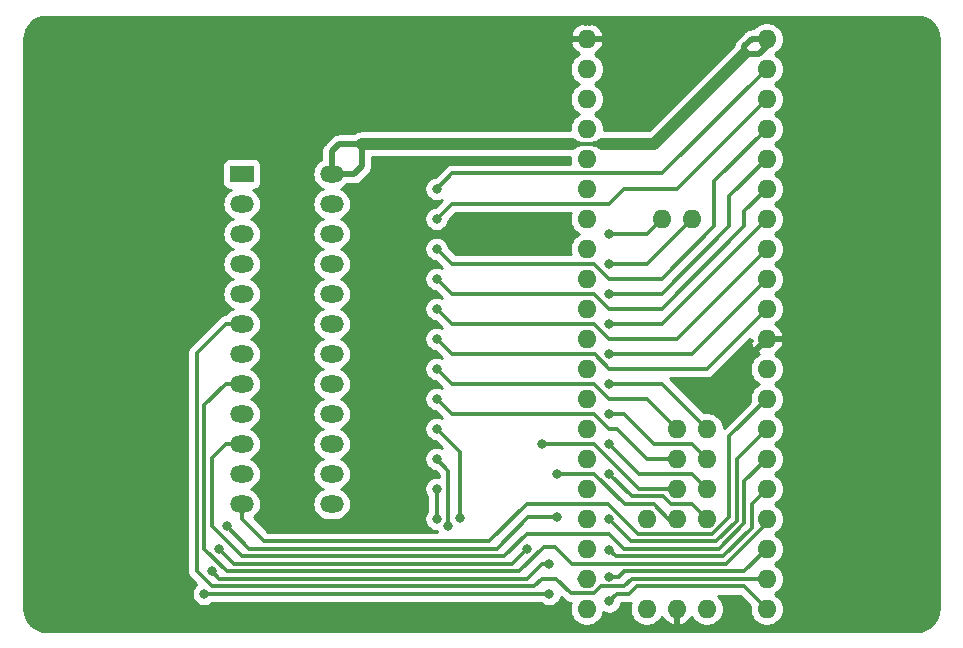
<source format=gbr>
%TF.GenerationSoftware,KiCad,Pcbnew,(5.1.9)-1*%
%TF.CreationDate,2021-02-16T23:53:01+08:00*%
%TF.ProjectId,ChipInspector24,43686970-496e-4737-9065-63746f723234,rev?*%
%TF.SameCoordinates,Original*%
%TF.FileFunction,Copper,L2,Bot*%
%TF.FilePolarity,Positive*%
%FSLAX46Y46*%
G04 Gerber Fmt 4.6, Leading zero omitted, Abs format (unit mm)*
G04 Created by KiCad (PCBNEW (5.1.9)-1) date 2021-02-16 23:53:01*
%MOMM*%
%LPD*%
G01*
G04 APERTURE LIST*
%TA.AperFunction,ComponentPad*%
%ADD10O,2.000000X1.440000*%
%TD*%
%TA.AperFunction,ComponentPad*%
%ADD11R,2.000000X1.440000*%
%TD*%
%TA.AperFunction,ComponentPad*%
%ADD12O,1.600000X1.600000*%
%TD*%
%TA.AperFunction,ViaPad*%
%ADD13C,0.800000*%
%TD*%
%TA.AperFunction,Conductor*%
%ADD14C,0.500000*%
%TD*%
%TA.AperFunction,Conductor*%
%ADD15C,0.350000*%
%TD*%
%TA.AperFunction,Conductor*%
%ADD16C,1.000000*%
%TD*%
%TA.AperFunction,Conductor*%
%ADD17C,0.254000*%
%TD*%
%TA.AperFunction,Conductor*%
%ADD18C,0.100000*%
%TD*%
G04 APERTURE END LIST*
D10*
%TO.P,J1,13*%
%TO.N,P13*%
X133350000Y-115570000D03*
%TO.P,J1,12*%
%TO.N,P12*%
X125730000Y-115570000D03*
%TO.P,J1,14*%
%TO.N,P14*%
X133350000Y-113030000D03*
%TO.P,J1,11*%
%TO.N,P11*%
X125730000Y-113030000D03*
%TO.P,J1,15*%
%TO.N,P15*%
X133350000Y-110490000D03*
%TO.P,J1,10*%
%TO.N,P10*%
X125730000Y-110490000D03*
%TO.P,J1,16*%
%TO.N,P16*%
X133350000Y-107950000D03*
%TO.P,J1,9*%
%TO.N,P09*%
X125730000Y-107950000D03*
%TO.P,J1,17*%
%TO.N,P17*%
X133350000Y-105410000D03*
%TO.P,J1,8*%
%TO.N,P08*%
X125730000Y-105410000D03*
%TO.P,J1,18*%
%TO.N,P18*%
X133350000Y-102870000D03*
%TO.P,J1,7*%
%TO.N,P07*%
X125730000Y-102870000D03*
%TO.P,J1,19*%
%TO.N,P19*%
X133350000Y-100330000D03*
%TO.P,J1,6*%
%TO.N,P06*%
X125730000Y-100330000D03*
%TO.P,J1,20*%
%TO.N,P20*%
X133350000Y-97790000D03*
%TO.P,J1,5*%
%TO.N,P05*%
X125730000Y-97790000D03*
%TO.P,J1,21*%
%TO.N,P21*%
X133350000Y-95250000D03*
%TO.P,J1,4*%
%TO.N,P04*%
X125730000Y-95250000D03*
%TO.P,J1,22*%
%TO.N,P22*%
X133350000Y-92710000D03*
%TO.P,J1,3*%
%TO.N,P03*%
X125730000Y-92710000D03*
%TO.P,J1,23*%
%TO.N,P23*%
X133350000Y-90170000D03*
%TO.P,J1,2*%
%TO.N,P02*%
X125730000Y-90170000D03*
%TO.P,J1,24*%
%TO.N,VCC*%
X133350000Y-87630000D03*
D11*
%TO.P,J1,1*%
%TO.N,P01*%
X125730000Y-87630000D03*
%TD*%
D12*
%TO.P,M1,53*%
%TO.N,P21R*%
X163830000Y-91440000D03*
%TO.P,M1,54*%
%TO.N,P22R*%
X161290000Y-91440000D03*
%TO.P,M1,40*%
%TO.N,VCC*%
X170180000Y-76200000D03*
%TO.P,M1,39*%
%TO.N,P01R*%
X170180000Y-78740000D03*
%TO.P,M1,38*%
%TO.N,P02R*%
X170180000Y-81280000D03*
%TO.P,M1,37*%
%TO.N,P03R*%
X170180000Y-83820000D03*
%TO.P,M1,36*%
%TO.N,P20R*%
X170180000Y-86360000D03*
%TO.P,M1,35*%
%TO.N,P04R*%
X170180000Y-88900000D03*
%TO.P,M1,34*%
%TO.N,P19R*%
X170180000Y-91440000D03*
%TO.P,M1,33*%
%TO.N,P05R*%
X170180000Y-93980000D03*
%TO.P,M1,32*%
%TO.N,P18R*%
X170180000Y-96520000D03*
%TO.P,M1,31*%
%TO.N,P06R*%
X170180000Y-99060000D03*
%TO.P,M1,30*%
%TO.N,GND*%
X170180000Y-101600000D03*
%TO.P,M1,29*%
%TO.N,Net-(M1-Pad29)*%
X170180000Y-104140000D03*
%TO.P,M1,28*%
%TO.N,P12*%
X170180000Y-106680000D03*
%TO.P,M1,27*%
%TO.N,P11*%
X170180000Y-109220000D03*
%TO.P,M1,26*%
%TO.N,P10*%
X170180000Y-111760000D03*
%TO.P,M1,25*%
%TO.N,P09*%
X170180000Y-114300000D03*
%TO.P,M1,24*%
%TO.N,P08*%
X170180000Y-116840000D03*
%TO.P,M1,23*%
%TO.N,P07*%
X170180000Y-119380000D03*
%TO.P,M1,22*%
%TO.N,P06*%
X170180000Y-121920000D03*
%TO.P,M1,21*%
%TO.N,P05*%
X170180000Y-124460000D03*
%TO.P,M1,20*%
%TO.N,P12R*%
X154940000Y-124460000D03*
%TO.P,M1,19*%
%TO.N,P11R*%
X154940000Y-121920000D03*
%TO.P,M1,18*%
%TO.N,P10R*%
X154940000Y-119380000D03*
%TO.P,M1,17*%
%TO.N,P09R*%
X154940000Y-116840000D03*
%TO.P,M1,16*%
%TO.N,P13*%
X154940000Y-114300000D03*
%TO.P,M1,15*%
%TO.N,P14R*%
X154940000Y-111760000D03*
%TO.P,M1,14*%
%TO.N,P16*%
X154940000Y-109220000D03*
%TO.P,M1,13*%
%TO.N,P17*%
X154940000Y-106680000D03*
%TO.P,M1,12*%
%TO.N,P18*%
X154940000Y-104140000D03*
%TO.P,M1,11*%
%TO.N,P19*%
X154940000Y-101600000D03*
%TO.P,M1,10*%
%TO.N,P20*%
X154940000Y-99060000D03*
%TO.P,M1,9*%
%TO.N,P21*%
X154940000Y-96520000D03*
%TO.P,M1,8*%
%TO.N,P22*%
X154940000Y-93980000D03*
%TO.P,M1,7*%
%TO.N,P23*%
X154940000Y-91440000D03*
%TO.P,M1,6*%
%TO.N,P23R*%
X154940000Y-88900000D03*
%TO.P,M1,5*%
%TO.N,P01*%
X154940000Y-86360000D03*
%TO.P,M1,4*%
%TO.N,P02*%
X154940000Y-83820000D03*
%TO.P,M1,3*%
%TO.N,P03*%
X154940000Y-81280000D03*
%TO.P,M1,2*%
%TO.N,P04*%
X154940000Y-78740000D03*
%TO.P,M1,1*%
%TO.N,GND*%
X154940000Y-76200000D03*
%TO.P,M1,41*%
%TO.N,VCC*%
X160020000Y-124460000D03*
%TO.P,M1,42*%
%TO.N,GND*%
X162560000Y-124460000D03*
%TO.P,M1,43*%
%TO.N,Net-(M1-Pad43)*%
X165100000Y-124460000D03*
%TO.P,M1,44*%
%TO.N,Net-(M1-Pad44)*%
X160020000Y-116840000D03*
%TO.P,M1,48*%
%TO.N,P14*%
X162560000Y-116840000D03*
%TO.P,M1,47*%
%TO.N,P15R*%
X162560000Y-114300000D03*
%TO.P,M1,46*%
%TO.N,P08R*%
X162560000Y-111760000D03*
%TO.P,M1,45*%
%TO.N,P07R*%
X162560000Y-109220000D03*
%TO.P,M1,52*%
%TO.N,P17R*%
X165100000Y-109220000D03*
%TO.P,M1,51*%
%TO.N,P16R*%
X165100000Y-111760000D03*
%TO.P,M1,50*%
%TO.N,P15*%
X165100000Y-114300000D03*
%TO.P,M1,49*%
%TO.N,P13R*%
X165100000Y-116840000D03*
%TD*%
D13*
%TO.N,VCC*%
X156210000Y-85090000D03*
X153670000Y-85090000D03*
X158115000Y-85090000D03*
X135890000Y-85090000D03*
%TO.N,GND*%
X167640000Y-104140000D03*
X165100000Y-106680000D03*
X167640000Y-106680000D03*
%TO.N,P11*%
X124460000Y-117475000D03*
X152388168Y-116684979D03*
X156835130Y-116849870D03*
%TO.N,P07*%
X123190000Y-121285000D03*
X156845000Y-121729990D03*
X151765000Y-120650000D03*
%TO.N,P05*%
X122555000Y-123190000D03*
X151765000Y-123190000D03*
X156845000Y-123825000D03*
%TO.N,P09*%
X123825014Y-119380000D03*
X149860000Y-119380000D03*
X156845006Y-119449305D03*
%TO.N,P01R*%
X142240000Y-88900000D03*
%TO.N,P02R*%
X142240000Y-91440000D03*
%TO.N,P03R*%
X142240000Y-93980000D03*
%TO.N,P04R*%
X142240000Y-96520000D03*
%TO.N,P05R*%
X142240000Y-99060000D03*
%TO.N,P06R*%
X142240000Y-101600000D03*
%TO.N,P07R*%
X142240000Y-104140000D03*
%TO.N,P08R*%
X142240000Y-106680000D03*
%TO.N,P09R*%
X142240000Y-109220000D03*
X144204473Y-116753685D03*
%TO.N,P10R*%
X142240000Y-111760000D03*
X143233492Y-117475000D03*
%TO.N,P11R*%
X142240000Y-114300000D03*
X142240000Y-116839994D03*
%TO.N,P14*%
X152400000Y-113030000D03*
%TO.N,P15*%
X156845000Y-110490000D03*
%TO.N,P13R*%
X156845000Y-113030000D03*
%TO.N,P15R*%
X151130000Y-110490000D03*
%TO.N,P16R*%
X156845000Y-107950000D03*
%TO.N,P17R*%
X156845000Y-105410000D03*
%TO.N,P18R*%
X156845000Y-102870000D03*
%TO.N,P19R*%
X156845000Y-100330000D03*
%TO.N,P20R*%
X156845000Y-97790000D03*
%TO.N,P21R*%
X156845000Y-95250000D03*
%TO.N,P22R*%
X156845000Y-92710000D03*
%TD*%
D14*
%TO.N,VCC*%
X135255000Y-87630000D02*
X133350000Y-87630000D01*
X135890000Y-85090000D02*
X135890000Y-86995000D01*
X133985000Y-85090000D02*
X135890000Y-85090000D01*
X133350000Y-85725000D02*
X133985000Y-85090000D01*
X135890000Y-86995000D02*
X135255000Y-87630000D01*
X133350000Y-87630000D02*
X133350000Y-85725000D01*
X153035000Y-85090000D02*
X154305000Y-85090000D01*
D15*
X154305000Y-85090000D02*
X155575000Y-85090000D01*
D14*
X155575000Y-85090000D02*
X156210000Y-85090000D01*
X168275000Y-77470000D02*
X169545000Y-77470000D01*
X169545000Y-77470000D02*
X170180000Y-76835000D01*
X170180000Y-76274460D02*
X170172125Y-76270447D01*
X170180000Y-76835000D02*
X170180000Y-76274460D01*
D16*
X160655000Y-85090000D02*
X168275000Y-77470000D01*
X135890000Y-85090000D02*
X153670000Y-85090000D01*
X158115000Y-85090000D02*
X160655000Y-85090000D01*
X156210000Y-85090000D02*
X158115000Y-85090000D01*
D14*
X170180000Y-76200000D02*
X168910000Y-76200000D01*
X168910000Y-76200000D02*
X168275000Y-76835000D01*
X168275000Y-76835000D02*
X168275000Y-77470000D01*
%TO.N,GND*%
X170180000Y-101600000D02*
X167640000Y-104140000D01*
X167640000Y-104140000D02*
X165100000Y-106680000D01*
X167640000Y-104140000D02*
X167640000Y-106680000D01*
X165100000Y-106680000D02*
X167640000Y-106680000D01*
D15*
%TO.N,P12*%
X146685000Y-118745000D02*
X127635000Y-118745000D01*
X127635000Y-118745000D02*
X125730000Y-116840000D01*
X149860000Y-115570000D02*
X146685000Y-118745000D01*
X156783501Y-115570000D02*
X149860000Y-115570000D01*
X159323501Y-118110000D02*
X156783501Y-115570000D01*
X165569002Y-118110000D02*
X159323501Y-118110000D01*
X125730000Y-116840000D02*
X125730000Y-115570000D01*
X167005000Y-116674002D02*
X165569002Y-118110000D01*
X167005000Y-109855000D02*
X167005000Y-116674002D01*
X170180000Y-106680000D02*
X167005000Y-109855000D01*
%TO.N,P11*%
X170180000Y-109220000D02*
X167640000Y-111760000D01*
X167640000Y-111760000D02*
X167640000Y-117009980D01*
X158730260Y-118745000D02*
X156835130Y-116849870D01*
X167640000Y-117009980D02*
X165904980Y-118745000D01*
X165904980Y-118745000D02*
X158730260Y-118745000D01*
X147320000Y-119380000D02*
X150015021Y-116684979D01*
X126365000Y-119380000D02*
X147320000Y-119380000D01*
X150015021Y-116684979D02*
X152388168Y-116684979D01*
X124460000Y-117475000D02*
X126365000Y-119380000D01*
%TO.N,P10*%
X124380000Y-110490000D02*
X125730000Y-110490000D01*
X123190000Y-111680000D02*
X124380000Y-110490000D01*
X123190000Y-117475000D02*
X123190000Y-111680000D01*
X125730000Y-120015000D02*
X123190000Y-117475000D01*
X147955000Y-120015000D02*
X125730000Y-120015000D01*
X149860000Y-118110000D02*
X147955000Y-120015000D01*
X156845000Y-118110000D02*
X149860000Y-118110000D01*
X166118522Y-119380000D02*
X158115000Y-119380000D01*
X168275000Y-117223522D02*
X166118522Y-119380000D01*
X168275000Y-113665000D02*
X168275000Y-117223522D01*
X158115000Y-119380000D02*
X156845000Y-118110000D01*
X170180000Y-111760000D02*
X168275000Y-113665000D01*
%TO.N,P08*%
X122555000Y-119380000D02*
X122555000Y-107235000D01*
X124460000Y-121285000D02*
X122555000Y-119380000D01*
X149225000Y-121285000D02*
X124460000Y-121285000D01*
X151320002Y-119189998D02*
X149225000Y-121285000D01*
X152255997Y-119189998D02*
X151320002Y-119189998D01*
X124380000Y-105410000D02*
X125730000Y-105410000D01*
X153715999Y-120650000D02*
X152255997Y-119189998D01*
X166726378Y-120650000D02*
X153715999Y-120650000D01*
X122555000Y-107235000D02*
X124380000Y-105410000D01*
X170180000Y-117196378D02*
X166726378Y-120650000D01*
X170180000Y-116840000D02*
X170180000Y-117196378D01*
%TO.N,P07*%
X156845000Y-121729990D02*
X157670010Y-121729990D01*
X158115000Y-121285000D02*
X168275000Y-121285000D01*
X157670010Y-121729990D02*
X158115000Y-121285000D01*
X170180000Y-119380000D02*
X168275000Y-121285000D01*
X151199315Y-120650000D02*
X151765000Y-120650000D01*
X149929315Y-121920000D02*
X151199315Y-120650000D01*
X123825000Y-121920000D02*
X149929315Y-121920000D01*
X123190000Y-121285000D02*
X123825000Y-121920000D01*
%TO.N,P06*%
X124380000Y-100330000D02*
X125730000Y-100330000D01*
X121920000Y-121285000D02*
X121920000Y-102790000D01*
X123190000Y-122555000D02*
X121920000Y-121285000D01*
X150495000Y-122555000D02*
X123190000Y-122555000D01*
X152375502Y-121920000D02*
X151130000Y-121920000D01*
X153600503Y-123145001D02*
X152375502Y-121920000D01*
X155528001Y-123145001D02*
X153600503Y-123145001D01*
X156118002Y-122555000D02*
X155528001Y-123145001D01*
X151130000Y-121920000D02*
X150495000Y-122555000D01*
X158115000Y-122555000D02*
X156118002Y-122555000D01*
X121920000Y-102790000D02*
X124380000Y-100330000D01*
X158750000Y-121920000D02*
X158115000Y-122555000D01*
X170180000Y-121920000D02*
X158750000Y-121920000D01*
%TO.N,P05*%
X158539271Y-123190000D02*
X157480000Y-123190000D01*
X159174271Y-122555000D02*
X158539271Y-123190000D01*
X157480000Y-123190000D02*
X156845000Y-123825000D01*
X168275000Y-122555000D02*
X159174271Y-122555000D01*
X170180000Y-124460000D02*
X168275000Y-122555000D01*
X122555000Y-123190000D02*
X151765000Y-123190000D01*
%TO.N,P09*%
X170180000Y-114300000D02*
X168910000Y-115570000D01*
X168910000Y-115570000D02*
X168910000Y-117617836D01*
X168910000Y-117617836D02*
X166512842Y-120014994D01*
X166512842Y-120014994D02*
X157410695Y-120014994D01*
X157410695Y-120014994D02*
X156845006Y-119449305D01*
X148590000Y-120650000D02*
X149860000Y-119380000D01*
X125095014Y-120650000D02*
X148590000Y-120650000D01*
X123825014Y-119380000D02*
X125095014Y-120650000D01*
%TO.N,P01R*%
X142240000Y-88900000D02*
X143554999Y-87585001D01*
X161334999Y-87585001D02*
X170180000Y-78740000D01*
X143554999Y-87585001D02*
X161334999Y-87585001D01*
%TO.N,P02R*%
X143510000Y-90170000D02*
X142240000Y-91440000D01*
X156845000Y-90170000D02*
X143510000Y-90170000D01*
X158115000Y-88900000D02*
X156845000Y-90170000D01*
X162560000Y-88900000D02*
X158115000Y-88900000D01*
X170180000Y-81280000D02*
X162560000Y-88900000D01*
%TO.N,P03R*%
X155575000Y-95250000D02*
X143510000Y-95250000D01*
X156845000Y-96520000D02*
X155575000Y-95250000D01*
X143510000Y-95250000D02*
X142240000Y-93980000D01*
X161290000Y-96520000D02*
X156845000Y-96520000D01*
X165735000Y-92075000D02*
X161290000Y-96520000D01*
X165735000Y-88265000D02*
X165735000Y-92075000D01*
X170180000Y-83820000D02*
X165735000Y-88265000D01*
%TO.N,P04R*%
X143510000Y-97790000D02*
X142240000Y-96520000D01*
X155575000Y-97790000D02*
X143510000Y-97790000D01*
X161290000Y-99060000D02*
X156845000Y-99060000D01*
X168275000Y-92075000D02*
X161290000Y-99060000D01*
X156845000Y-99060000D02*
X155575000Y-97790000D01*
X168275000Y-90805000D02*
X168275000Y-92075000D01*
X170180000Y-88900000D02*
X168275000Y-90805000D01*
%TO.N,P05R*%
X155575000Y-100330000D02*
X143510000Y-100330000D01*
X156845000Y-101600000D02*
X155575000Y-100330000D01*
X143510000Y-100330000D02*
X142240000Y-99060000D01*
X162560000Y-101600000D02*
X156845000Y-101600000D01*
X170180000Y-93980000D02*
X162560000Y-101600000D01*
%TO.N,P06R*%
X143554999Y-102914999D02*
X142240000Y-101600000D01*
X155619999Y-102914999D02*
X143554999Y-102914999D01*
X156845000Y-104140000D02*
X155619999Y-102914999D01*
X165100000Y-104140000D02*
X156845000Y-104140000D01*
X170180000Y-99060000D02*
X165100000Y-104140000D01*
%TO.N,P07R*%
X143510000Y-105410000D02*
X142240000Y-104140000D01*
X155575000Y-105410000D02*
X143510000Y-105410000D01*
X160020000Y-106680000D02*
X162560000Y-109220000D01*
X156845000Y-106680000D02*
X160020000Y-106680000D01*
X156845000Y-106680000D02*
X155575000Y-105410000D01*
%TO.N,P08R*%
X143510000Y-107950000D02*
X142240000Y-106680000D01*
X155575000Y-107950000D02*
X143510000Y-107950000D01*
X157480000Y-109220000D02*
X160020000Y-111760000D01*
X156845000Y-109220000D02*
X157480000Y-109220000D01*
X162560000Y-111760000D02*
X160020000Y-111760000D01*
X156845000Y-109220000D02*
X155575000Y-107950000D01*
%TO.N,P09R*%
X142240000Y-109220000D02*
X144204473Y-111184473D01*
X144204473Y-111184473D02*
X144204473Y-116753685D01*
%TO.N,P10R*%
X143233492Y-112753492D02*
X143233492Y-117475000D01*
X142240000Y-111760000D02*
X143233492Y-112753492D01*
%TO.N,P11R*%
X154940000Y-121920000D02*
X154305000Y-121920000D01*
X142240000Y-114300000D02*
X142240000Y-116839994D01*
%TO.N,P14*%
X158159999Y-115614999D02*
X155575000Y-113030000D01*
X160608001Y-115614999D02*
X158159999Y-115614999D01*
X161833002Y-116840000D02*
X160608001Y-115614999D01*
X162560000Y-116840000D02*
X161833002Y-116840000D01*
X155575000Y-113030000D02*
X152400000Y-113030000D01*
%TO.N,P15*%
X165100000Y-114300000D02*
X163830000Y-113030000D01*
X159385000Y-113030000D02*
X156845000Y-110490000D01*
X163830000Y-113030000D02*
X159385000Y-113030000D01*
%TO.N,P13R*%
X158750000Y-114935000D02*
X156845000Y-113030000D01*
X163874999Y-115614999D02*
X165100000Y-116840000D01*
X162061997Y-115614999D02*
X163874999Y-115614999D01*
X161381998Y-114935000D02*
X162061997Y-115614999D01*
X158750000Y-114935000D02*
X161381998Y-114935000D01*
%TO.N,P15R*%
X155575000Y-110490000D02*
X151130000Y-110490000D01*
X162560000Y-114300000D02*
X159385000Y-114300000D01*
X159385000Y-114300000D02*
X155575000Y-110490000D01*
%TO.N,P16R*%
X165100000Y-111760000D02*
X163830000Y-110490000D01*
X158115000Y-107950000D02*
X160655000Y-110490000D01*
X156845000Y-107950000D02*
X158115000Y-107950000D01*
X163830000Y-110490000D02*
X160655000Y-110490000D01*
%TO.N,P17R*%
X161290000Y-105410000D02*
X156845000Y-105410000D01*
X165100000Y-109220000D02*
X161290000Y-105410000D01*
%TO.N,P18R*%
X163830000Y-102870000D02*
X156845000Y-102870000D01*
X170180000Y-96520000D02*
X163830000Y-102870000D01*
%TO.N,P19R*%
X161290000Y-100330000D02*
X156845000Y-100330000D01*
X170180000Y-91440000D02*
X161290000Y-100330000D01*
%TO.N,P20R*%
X161290000Y-97790000D02*
X156845000Y-97790000D01*
X167005000Y-92075000D02*
X161290000Y-97790000D01*
X167005000Y-89535000D02*
X167005000Y-92075000D01*
X170180000Y-86360000D02*
X167005000Y-89535000D01*
%TO.N,P21R*%
X160020000Y-95250000D02*
X156845000Y-95250000D01*
X163830000Y-91440000D02*
X160020000Y-95250000D01*
%TO.N,P22R*%
X161290000Y-91440000D02*
X160020000Y-92710000D01*
X156845000Y-92710000D02*
X160020000Y-92710000D01*
%TD*%
D17*
%TO.N,GND*%
X183244545Y-74358909D02*
X183595208Y-74464780D01*
X183918625Y-74636744D01*
X184202484Y-74868254D01*
X184435965Y-75150486D01*
X184610183Y-75472695D01*
X184718502Y-75822614D01*
X184760000Y-76217443D01*
X184760001Y-124427711D01*
X184721091Y-124824545D01*
X184615220Y-125175206D01*
X184443257Y-125498623D01*
X184211748Y-125782482D01*
X183929514Y-126015965D01*
X183607304Y-126190184D01*
X183257385Y-126298502D01*
X182862557Y-126340000D01*
X109252279Y-126340000D01*
X108855455Y-126301091D01*
X108504794Y-126195220D01*
X108181377Y-126023257D01*
X107897518Y-125791748D01*
X107664035Y-125509514D01*
X107489816Y-125187304D01*
X107381498Y-124837385D01*
X107340000Y-124442557D01*
X107340000Y-102790000D01*
X121106081Y-102790000D01*
X121110001Y-102829798D01*
X121110000Y-121245212D01*
X121106081Y-121285000D01*
X121110000Y-121324788D01*
X121110000Y-121324790D01*
X121121720Y-121443787D01*
X121168037Y-121596472D01*
X121203049Y-121661975D01*
X121243251Y-121737189D01*
X121274492Y-121775256D01*
X121344472Y-121860528D01*
X121375387Y-121885899D01*
X121885388Y-122395901D01*
X121751063Y-122530226D01*
X121637795Y-122699744D01*
X121559774Y-122888102D01*
X121520000Y-123088061D01*
X121520000Y-123291939D01*
X121559774Y-123491898D01*
X121637795Y-123680256D01*
X121751063Y-123849774D01*
X121895226Y-123993937D01*
X122064744Y-124107205D01*
X122253102Y-124185226D01*
X122453061Y-124225000D01*
X122656939Y-124225000D01*
X122856898Y-124185226D01*
X123045256Y-124107205D01*
X123205700Y-124000000D01*
X151114300Y-124000000D01*
X151274744Y-124107205D01*
X151463102Y-124185226D01*
X151663061Y-124225000D01*
X151866939Y-124225000D01*
X152066898Y-124185226D01*
X152255256Y-124107205D01*
X152424774Y-123993937D01*
X152568937Y-123849774D01*
X152682205Y-123680256D01*
X152760226Y-123491898D01*
X152767138Y-123457149D01*
X152999608Y-123689619D01*
X153024975Y-123720529D01*
X153079806Y-123765527D01*
X153148313Y-123821750D01*
X153223527Y-123861952D01*
X153289030Y-123896964D01*
X153441715Y-123943281D01*
X153560712Y-123955001D01*
X153560714Y-123955001D01*
X153594564Y-123958335D01*
X153560147Y-124041426D01*
X153505000Y-124318665D01*
X153505000Y-124601335D01*
X153560147Y-124878574D01*
X153668320Y-125139727D01*
X153825363Y-125374759D01*
X154025241Y-125574637D01*
X154260273Y-125731680D01*
X154521426Y-125839853D01*
X154798665Y-125895000D01*
X155081335Y-125895000D01*
X155358574Y-125839853D01*
X155619727Y-125731680D01*
X155854759Y-125574637D01*
X156054637Y-125374759D01*
X156211680Y-125139727D01*
X156319853Y-124878574D01*
X156347890Y-124737625D01*
X156354744Y-124742205D01*
X156543102Y-124820226D01*
X156743061Y-124860000D01*
X156946939Y-124860000D01*
X157146898Y-124820226D01*
X157335256Y-124742205D01*
X157504774Y-124628937D01*
X157648937Y-124484774D01*
X157762205Y-124315256D01*
X157840226Y-124126898D01*
X157865467Y-124000000D01*
X158499483Y-124000000D01*
X158539271Y-124003919D01*
X158579059Y-124000000D01*
X158579062Y-124000000D01*
X158660634Y-123991966D01*
X158640147Y-124041426D01*
X158585000Y-124318665D01*
X158585000Y-124601335D01*
X158640147Y-124878574D01*
X158748320Y-125139727D01*
X158905363Y-125374759D01*
X159105241Y-125574637D01*
X159340273Y-125731680D01*
X159601426Y-125839853D01*
X159878665Y-125895000D01*
X160161335Y-125895000D01*
X160438574Y-125839853D01*
X160699727Y-125731680D01*
X160934759Y-125574637D01*
X161134637Y-125374759D01*
X161291680Y-125139727D01*
X161296357Y-125128435D01*
X161328963Y-125197420D01*
X161496481Y-125423414D01*
X161704869Y-125612385D01*
X161946119Y-125757070D01*
X162210960Y-125851909D01*
X162433000Y-125730624D01*
X162433000Y-124587000D01*
X162413000Y-124587000D01*
X162413000Y-124333000D01*
X162433000Y-124333000D01*
X162433000Y-124313000D01*
X162687000Y-124313000D01*
X162687000Y-124333000D01*
X162707000Y-124333000D01*
X162707000Y-124587000D01*
X162687000Y-124587000D01*
X162687000Y-125730624D01*
X162909040Y-125851909D01*
X163173881Y-125757070D01*
X163415131Y-125612385D01*
X163623519Y-125423414D01*
X163791037Y-125197420D01*
X163823643Y-125128435D01*
X163828320Y-125139727D01*
X163985363Y-125374759D01*
X164185241Y-125574637D01*
X164420273Y-125731680D01*
X164681426Y-125839853D01*
X164958665Y-125895000D01*
X165241335Y-125895000D01*
X165518574Y-125839853D01*
X165779727Y-125731680D01*
X166014759Y-125574637D01*
X166214637Y-125374759D01*
X166371680Y-125139727D01*
X166479853Y-124878574D01*
X166535000Y-124601335D01*
X166535000Y-124318665D01*
X166479853Y-124041426D01*
X166371680Y-123780273D01*
X166214637Y-123545241D01*
X166034396Y-123365000D01*
X167939488Y-123365000D01*
X168769580Y-124195093D01*
X168745000Y-124318665D01*
X168745000Y-124601335D01*
X168800147Y-124878574D01*
X168908320Y-125139727D01*
X169065363Y-125374759D01*
X169265241Y-125574637D01*
X169500273Y-125731680D01*
X169761426Y-125839853D01*
X170038665Y-125895000D01*
X170321335Y-125895000D01*
X170598574Y-125839853D01*
X170859727Y-125731680D01*
X171094759Y-125574637D01*
X171294637Y-125374759D01*
X171451680Y-125139727D01*
X171559853Y-124878574D01*
X171615000Y-124601335D01*
X171615000Y-124318665D01*
X171559853Y-124041426D01*
X171451680Y-123780273D01*
X171294637Y-123545241D01*
X171094759Y-123345363D01*
X170862241Y-123190000D01*
X171094759Y-123034637D01*
X171294637Y-122834759D01*
X171451680Y-122599727D01*
X171559853Y-122338574D01*
X171615000Y-122061335D01*
X171615000Y-121778665D01*
X171559853Y-121501426D01*
X171451680Y-121240273D01*
X171294637Y-121005241D01*
X171094759Y-120805363D01*
X170862241Y-120650000D01*
X171094759Y-120494637D01*
X171294637Y-120294759D01*
X171451680Y-120059727D01*
X171559853Y-119798574D01*
X171615000Y-119521335D01*
X171615000Y-119238665D01*
X171559853Y-118961426D01*
X171451680Y-118700273D01*
X171294637Y-118465241D01*
X171094759Y-118265363D01*
X170862241Y-118110000D01*
X171094759Y-117954637D01*
X171294637Y-117754759D01*
X171451680Y-117519727D01*
X171559853Y-117258574D01*
X171615000Y-116981335D01*
X171615000Y-116698665D01*
X171559853Y-116421426D01*
X171451680Y-116160273D01*
X171294637Y-115925241D01*
X171094759Y-115725363D01*
X170862241Y-115570000D01*
X171094759Y-115414637D01*
X171294637Y-115214759D01*
X171451680Y-114979727D01*
X171559853Y-114718574D01*
X171615000Y-114441335D01*
X171615000Y-114158665D01*
X171559853Y-113881426D01*
X171451680Y-113620273D01*
X171294637Y-113385241D01*
X171094759Y-113185363D01*
X170862241Y-113030000D01*
X171094759Y-112874637D01*
X171294637Y-112674759D01*
X171451680Y-112439727D01*
X171559853Y-112178574D01*
X171615000Y-111901335D01*
X171615000Y-111618665D01*
X171559853Y-111341426D01*
X171451680Y-111080273D01*
X171294637Y-110845241D01*
X171094759Y-110645363D01*
X170862241Y-110490000D01*
X171094759Y-110334637D01*
X171294637Y-110134759D01*
X171451680Y-109899727D01*
X171559853Y-109638574D01*
X171615000Y-109361335D01*
X171615000Y-109078665D01*
X171559853Y-108801426D01*
X171451680Y-108540273D01*
X171294637Y-108305241D01*
X171094759Y-108105363D01*
X170862241Y-107950000D01*
X171094759Y-107794637D01*
X171294637Y-107594759D01*
X171451680Y-107359727D01*
X171559853Y-107098574D01*
X171615000Y-106821335D01*
X171615000Y-106538665D01*
X171559853Y-106261426D01*
X171451680Y-106000273D01*
X171294637Y-105765241D01*
X171094759Y-105565363D01*
X170862241Y-105410000D01*
X171094759Y-105254637D01*
X171294637Y-105054759D01*
X171451680Y-104819727D01*
X171559853Y-104558574D01*
X171615000Y-104281335D01*
X171615000Y-103998665D01*
X171559853Y-103721426D01*
X171451680Y-103460273D01*
X171294637Y-103225241D01*
X171094759Y-103025363D01*
X170859727Y-102868320D01*
X170849135Y-102863933D01*
X171035131Y-102752385D01*
X171243519Y-102563414D01*
X171411037Y-102337420D01*
X171531246Y-102083087D01*
X171571904Y-101949039D01*
X171449915Y-101727000D01*
X170307000Y-101727000D01*
X170307000Y-101747000D01*
X170053000Y-101747000D01*
X170053000Y-101727000D01*
X170033000Y-101727000D01*
X170033000Y-101473000D01*
X170053000Y-101473000D01*
X170053000Y-101453000D01*
X170307000Y-101453000D01*
X170307000Y-101473000D01*
X171449915Y-101473000D01*
X171571904Y-101250961D01*
X171531246Y-101116913D01*
X171411037Y-100862580D01*
X171243519Y-100636586D01*
X171035131Y-100447615D01*
X170849135Y-100336067D01*
X170859727Y-100331680D01*
X171094759Y-100174637D01*
X171294637Y-99974759D01*
X171451680Y-99739727D01*
X171559853Y-99478574D01*
X171615000Y-99201335D01*
X171615000Y-98918665D01*
X171559853Y-98641426D01*
X171451680Y-98380273D01*
X171294637Y-98145241D01*
X171094759Y-97945363D01*
X170862241Y-97790000D01*
X171094759Y-97634637D01*
X171294637Y-97434759D01*
X171451680Y-97199727D01*
X171559853Y-96938574D01*
X171615000Y-96661335D01*
X171615000Y-96378665D01*
X171559853Y-96101426D01*
X171451680Y-95840273D01*
X171294637Y-95605241D01*
X171094759Y-95405363D01*
X170862241Y-95250000D01*
X171094759Y-95094637D01*
X171294637Y-94894759D01*
X171451680Y-94659727D01*
X171559853Y-94398574D01*
X171615000Y-94121335D01*
X171615000Y-93838665D01*
X171559853Y-93561426D01*
X171451680Y-93300273D01*
X171294637Y-93065241D01*
X171094759Y-92865363D01*
X170862241Y-92710000D01*
X171094759Y-92554637D01*
X171294637Y-92354759D01*
X171451680Y-92119727D01*
X171559853Y-91858574D01*
X171615000Y-91581335D01*
X171615000Y-91298665D01*
X171559853Y-91021426D01*
X171451680Y-90760273D01*
X171294637Y-90525241D01*
X171094759Y-90325363D01*
X170862241Y-90170000D01*
X171094759Y-90014637D01*
X171294637Y-89814759D01*
X171451680Y-89579727D01*
X171559853Y-89318574D01*
X171615000Y-89041335D01*
X171615000Y-88758665D01*
X171559853Y-88481426D01*
X171451680Y-88220273D01*
X171294637Y-87985241D01*
X171094759Y-87785363D01*
X170862241Y-87630000D01*
X171094759Y-87474637D01*
X171294637Y-87274759D01*
X171451680Y-87039727D01*
X171559853Y-86778574D01*
X171615000Y-86501335D01*
X171615000Y-86218665D01*
X171559853Y-85941426D01*
X171451680Y-85680273D01*
X171294637Y-85445241D01*
X171094759Y-85245363D01*
X170862241Y-85090000D01*
X171094759Y-84934637D01*
X171294637Y-84734759D01*
X171451680Y-84499727D01*
X171559853Y-84238574D01*
X171615000Y-83961335D01*
X171615000Y-83678665D01*
X171559853Y-83401426D01*
X171451680Y-83140273D01*
X171294637Y-82905241D01*
X171094759Y-82705363D01*
X170862241Y-82550000D01*
X171094759Y-82394637D01*
X171294637Y-82194759D01*
X171451680Y-81959727D01*
X171559853Y-81698574D01*
X171615000Y-81421335D01*
X171615000Y-81138665D01*
X171559853Y-80861426D01*
X171451680Y-80600273D01*
X171294637Y-80365241D01*
X171094759Y-80165363D01*
X170862241Y-80010000D01*
X171094759Y-79854637D01*
X171294637Y-79654759D01*
X171451680Y-79419727D01*
X171559853Y-79158574D01*
X171615000Y-78881335D01*
X171615000Y-78598665D01*
X171559853Y-78321426D01*
X171451680Y-78060273D01*
X171294637Y-77825241D01*
X171094759Y-77625363D01*
X170862241Y-77470000D01*
X171094759Y-77314637D01*
X171294637Y-77114759D01*
X171451680Y-76879727D01*
X171559853Y-76618574D01*
X171615000Y-76341335D01*
X171615000Y-76058665D01*
X171559853Y-75781426D01*
X171451680Y-75520273D01*
X171294637Y-75285241D01*
X171094759Y-75085363D01*
X170859727Y-74928320D01*
X170598574Y-74820147D01*
X170321335Y-74765000D01*
X170038665Y-74765000D01*
X169761426Y-74820147D01*
X169500273Y-74928320D01*
X169265241Y-75085363D01*
X169065363Y-75285241D01*
X169045479Y-75315000D01*
X168953469Y-75315000D01*
X168910000Y-75310719D01*
X168866531Y-75315000D01*
X168866523Y-75315000D01*
X168736510Y-75327805D01*
X168569686Y-75378411D01*
X168415941Y-75460589D01*
X168314953Y-75543468D01*
X168314951Y-75543470D01*
X168281183Y-75571183D01*
X168253470Y-75604951D01*
X167679956Y-76178466D01*
X167646183Y-76206183D01*
X167535589Y-76340942D01*
X167453411Y-76494688D01*
X167438086Y-76545208D01*
X167402805Y-76661510D01*
X167401975Y-76669934D01*
X167394551Y-76745317D01*
X160184869Y-83955000D01*
X156375000Y-83955000D01*
X156375000Y-83678665D01*
X156319853Y-83401426D01*
X156211680Y-83140273D01*
X156054637Y-82905241D01*
X155854759Y-82705363D01*
X155622241Y-82550000D01*
X155854759Y-82394637D01*
X156054637Y-82194759D01*
X156211680Y-81959727D01*
X156319853Y-81698574D01*
X156375000Y-81421335D01*
X156375000Y-81138665D01*
X156319853Y-80861426D01*
X156211680Y-80600273D01*
X156054637Y-80365241D01*
X155854759Y-80165363D01*
X155622241Y-80010000D01*
X155854759Y-79854637D01*
X156054637Y-79654759D01*
X156211680Y-79419727D01*
X156319853Y-79158574D01*
X156375000Y-78881335D01*
X156375000Y-78598665D01*
X156319853Y-78321426D01*
X156211680Y-78060273D01*
X156054637Y-77825241D01*
X155854759Y-77625363D01*
X155619727Y-77468320D01*
X155609135Y-77463933D01*
X155795131Y-77352385D01*
X156003519Y-77163414D01*
X156171037Y-76937420D01*
X156291246Y-76683087D01*
X156331904Y-76549039D01*
X156209915Y-76327000D01*
X155067000Y-76327000D01*
X155067000Y-76347000D01*
X154813000Y-76347000D01*
X154813000Y-76327000D01*
X153670085Y-76327000D01*
X153548096Y-76549039D01*
X153588754Y-76683087D01*
X153708963Y-76937420D01*
X153876481Y-77163414D01*
X154084869Y-77352385D01*
X154270865Y-77463933D01*
X154260273Y-77468320D01*
X154025241Y-77625363D01*
X153825363Y-77825241D01*
X153668320Y-78060273D01*
X153560147Y-78321426D01*
X153505000Y-78598665D01*
X153505000Y-78881335D01*
X153560147Y-79158574D01*
X153668320Y-79419727D01*
X153825363Y-79654759D01*
X154025241Y-79854637D01*
X154257759Y-80010000D01*
X154025241Y-80165363D01*
X153825363Y-80365241D01*
X153668320Y-80600273D01*
X153560147Y-80861426D01*
X153505000Y-81138665D01*
X153505000Y-81421335D01*
X153560147Y-81698574D01*
X153668320Y-81959727D01*
X153825363Y-82194759D01*
X154025241Y-82394637D01*
X154257759Y-82550000D01*
X154025241Y-82705363D01*
X153825363Y-82905241D01*
X153668320Y-83140273D01*
X153560147Y-83401426D01*
X153505000Y-83678665D01*
X153505000Y-83955000D01*
X135834248Y-83955000D01*
X135667501Y-83971423D01*
X135453553Y-84036324D01*
X135256377Y-84141716D01*
X135179265Y-84205000D01*
X134028469Y-84205000D01*
X133985000Y-84200719D01*
X133941531Y-84205000D01*
X133941523Y-84205000D01*
X133811510Y-84217805D01*
X133644686Y-84268411D01*
X133490941Y-84350589D01*
X133389953Y-84433468D01*
X133389951Y-84433470D01*
X133356183Y-84461183D01*
X133328470Y-84494951D01*
X132754951Y-85068471D01*
X132721184Y-85096183D01*
X132693471Y-85129951D01*
X132693468Y-85129954D01*
X132610590Y-85230941D01*
X132528412Y-85384687D01*
X132477805Y-85551510D01*
X132460719Y-85725000D01*
X132465001Y-85768479D01*
X132465001Y-86416961D01*
X132313560Y-86497908D01*
X132107235Y-86667235D01*
X131937908Y-86873560D01*
X131812086Y-87108955D01*
X131734606Y-87364374D01*
X131708444Y-87630000D01*
X131734606Y-87895626D01*
X131812086Y-88151045D01*
X131937908Y-88386440D01*
X132107235Y-88592765D01*
X132313560Y-88762092D01*
X132548955Y-88887914D01*
X132588797Y-88900000D01*
X132548955Y-88912086D01*
X132313560Y-89037908D01*
X132107235Y-89207235D01*
X131937908Y-89413560D01*
X131812086Y-89648955D01*
X131734606Y-89904374D01*
X131708444Y-90170000D01*
X131734606Y-90435626D01*
X131812086Y-90691045D01*
X131937908Y-90926440D01*
X132107235Y-91132765D01*
X132313560Y-91302092D01*
X132548955Y-91427914D01*
X132588797Y-91440000D01*
X132548955Y-91452086D01*
X132313560Y-91577908D01*
X132107235Y-91747235D01*
X131937908Y-91953560D01*
X131812086Y-92188955D01*
X131734606Y-92444374D01*
X131708444Y-92710000D01*
X131734606Y-92975626D01*
X131812086Y-93231045D01*
X131937908Y-93466440D01*
X132107235Y-93672765D01*
X132313560Y-93842092D01*
X132548955Y-93967914D01*
X132588797Y-93980000D01*
X132548955Y-93992086D01*
X132313560Y-94117908D01*
X132107235Y-94287235D01*
X131937908Y-94493560D01*
X131812086Y-94728955D01*
X131734606Y-94984374D01*
X131708444Y-95250000D01*
X131734606Y-95515626D01*
X131812086Y-95771045D01*
X131937908Y-96006440D01*
X132107235Y-96212765D01*
X132313560Y-96382092D01*
X132548955Y-96507914D01*
X132588797Y-96520000D01*
X132548955Y-96532086D01*
X132313560Y-96657908D01*
X132107235Y-96827235D01*
X131937908Y-97033560D01*
X131812086Y-97268955D01*
X131734606Y-97524374D01*
X131708444Y-97790000D01*
X131734606Y-98055626D01*
X131812086Y-98311045D01*
X131937908Y-98546440D01*
X132107235Y-98752765D01*
X132313560Y-98922092D01*
X132548955Y-99047914D01*
X132588797Y-99060000D01*
X132548955Y-99072086D01*
X132313560Y-99197908D01*
X132107235Y-99367235D01*
X131937908Y-99573560D01*
X131812086Y-99808955D01*
X131734606Y-100064374D01*
X131708444Y-100330000D01*
X131734606Y-100595626D01*
X131812086Y-100851045D01*
X131937908Y-101086440D01*
X132107235Y-101292765D01*
X132313560Y-101462092D01*
X132548955Y-101587914D01*
X132588797Y-101600000D01*
X132548955Y-101612086D01*
X132313560Y-101737908D01*
X132107235Y-101907235D01*
X131937908Y-102113560D01*
X131812086Y-102348955D01*
X131734606Y-102604374D01*
X131708444Y-102870000D01*
X131734606Y-103135626D01*
X131812086Y-103391045D01*
X131937908Y-103626440D01*
X132107235Y-103832765D01*
X132313560Y-104002092D01*
X132548955Y-104127914D01*
X132588797Y-104140000D01*
X132548955Y-104152086D01*
X132313560Y-104277908D01*
X132107235Y-104447235D01*
X131937908Y-104653560D01*
X131812086Y-104888955D01*
X131734606Y-105144374D01*
X131708444Y-105410000D01*
X131734606Y-105675626D01*
X131812086Y-105931045D01*
X131937908Y-106166440D01*
X132107235Y-106372765D01*
X132313560Y-106542092D01*
X132548955Y-106667914D01*
X132588797Y-106680000D01*
X132548955Y-106692086D01*
X132313560Y-106817908D01*
X132107235Y-106987235D01*
X131937908Y-107193560D01*
X131812086Y-107428955D01*
X131734606Y-107684374D01*
X131708444Y-107950000D01*
X131734606Y-108215626D01*
X131812086Y-108471045D01*
X131937908Y-108706440D01*
X132107235Y-108912765D01*
X132313560Y-109082092D01*
X132548955Y-109207914D01*
X132588797Y-109220000D01*
X132548955Y-109232086D01*
X132313560Y-109357908D01*
X132107235Y-109527235D01*
X131937908Y-109733560D01*
X131812086Y-109968955D01*
X131734606Y-110224374D01*
X131708444Y-110490000D01*
X131734606Y-110755626D01*
X131812086Y-111011045D01*
X131937908Y-111246440D01*
X132107235Y-111452765D01*
X132313560Y-111622092D01*
X132548955Y-111747914D01*
X132588797Y-111760000D01*
X132548955Y-111772086D01*
X132313560Y-111897908D01*
X132107235Y-112067235D01*
X131937908Y-112273560D01*
X131812086Y-112508955D01*
X131734606Y-112764374D01*
X131708444Y-113030000D01*
X131734606Y-113295626D01*
X131812086Y-113551045D01*
X131937908Y-113786440D01*
X132107235Y-113992765D01*
X132313560Y-114162092D01*
X132548955Y-114287914D01*
X132588797Y-114300000D01*
X132548955Y-114312086D01*
X132313560Y-114437908D01*
X132107235Y-114607235D01*
X131937908Y-114813560D01*
X131812086Y-115048955D01*
X131734606Y-115304374D01*
X131708444Y-115570000D01*
X131734606Y-115835626D01*
X131812086Y-116091045D01*
X131937908Y-116326440D01*
X132107235Y-116532765D01*
X132313560Y-116702092D01*
X132548955Y-116827914D01*
X132804374Y-116905394D01*
X133003436Y-116925000D01*
X133696564Y-116925000D01*
X133895626Y-116905394D01*
X134151045Y-116827914D01*
X134386440Y-116702092D01*
X134592765Y-116532765D01*
X134762092Y-116326440D01*
X134887914Y-116091045D01*
X134965394Y-115835626D01*
X134991556Y-115570000D01*
X134965394Y-115304374D01*
X134887914Y-115048955D01*
X134762092Y-114813560D01*
X134592765Y-114607235D01*
X134386440Y-114437908D01*
X134151045Y-114312086D01*
X134111203Y-114300000D01*
X134151045Y-114287914D01*
X134386440Y-114162092D01*
X134592765Y-113992765D01*
X134762092Y-113786440D01*
X134887914Y-113551045D01*
X134965394Y-113295626D01*
X134991556Y-113030000D01*
X134965394Y-112764374D01*
X134887914Y-112508955D01*
X134762092Y-112273560D01*
X134592765Y-112067235D01*
X134386440Y-111897908D01*
X134151045Y-111772086D01*
X134111203Y-111760000D01*
X134151045Y-111747914D01*
X134386440Y-111622092D01*
X134592765Y-111452765D01*
X134762092Y-111246440D01*
X134887914Y-111011045D01*
X134965394Y-110755626D01*
X134991556Y-110490000D01*
X134965394Y-110224374D01*
X134887914Y-109968955D01*
X134762092Y-109733560D01*
X134592765Y-109527235D01*
X134386440Y-109357908D01*
X134151045Y-109232086D01*
X134111203Y-109220000D01*
X134151045Y-109207914D01*
X134386440Y-109082092D01*
X134592765Y-108912765D01*
X134762092Y-108706440D01*
X134887914Y-108471045D01*
X134965394Y-108215626D01*
X134991556Y-107950000D01*
X134965394Y-107684374D01*
X134887914Y-107428955D01*
X134762092Y-107193560D01*
X134592765Y-106987235D01*
X134386440Y-106817908D01*
X134151045Y-106692086D01*
X134111203Y-106680000D01*
X134151045Y-106667914D01*
X134386440Y-106542092D01*
X134592765Y-106372765D01*
X134762092Y-106166440D01*
X134887914Y-105931045D01*
X134965394Y-105675626D01*
X134991556Y-105410000D01*
X134965394Y-105144374D01*
X134887914Y-104888955D01*
X134762092Y-104653560D01*
X134592765Y-104447235D01*
X134386440Y-104277908D01*
X134151045Y-104152086D01*
X134111203Y-104140000D01*
X134151045Y-104127914D01*
X134386440Y-104002092D01*
X134592765Y-103832765D01*
X134762092Y-103626440D01*
X134887914Y-103391045D01*
X134965394Y-103135626D01*
X134991556Y-102870000D01*
X134965394Y-102604374D01*
X134887914Y-102348955D01*
X134762092Y-102113560D01*
X134592765Y-101907235D01*
X134386440Y-101737908D01*
X134151045Y-101612086D01*
X134111203Y-101600000D01*
X134151045Y-101587914D01*
X134386440Y-101462092D01*
X134592765Y-101292765D01*
X134762092Y-101086440D01*
X134887914Y-100851045D01*
X134965394Y-100595626D01*
X134991556Y-100330000D01*
X134965394Y-100064374D01*
X134887914Y-99808955D01*
X134762092Y-99573560D01*
X134592765Y-99367235D01*
X134386440Y-99197908D01*
X134151045Y-99072086D01*
X134111203Y-99060000D01*
X134151045Y-99047914D01*
X134386440Y-98922092D01*
X134592765Y-98752765D01*
X134762092Y-98546440D01*
X134887914Y-98311045D01*
X134965394Y-98055626D01*
X134991556Y-97790000D01*
X134965394Y-97524374D01*
X134887914Y-97268955D01*
X134762092Y-97033560D01*
X134592765Y-96827235D01*
X134386440Y-96657908D01*
X134151045Y-96532086D01*
X134111203Y-96520000D01*
X134151045Y-96507914D01*
X134386440Y-96382092D01*
X134592765Y-96212765D01*
X134762092Y-96006440D01*
X134887914Y-95771045D01*
X134965394Y-95515626D01*
X134991556Y-95250000D01*
X134965394Y-94984374D01*
X134887914Y-94728955D01*
X134762092Y-94493560D01*
X134592765Y-94287235D01*
X134386440Y-94117908D01*
X134151045Y-93992086D01*
X134111203Y-93980000D01*
X134151045Y-93967914D01*
X134386440Y-93842092D01*
X134592765Y-93672765D01*
X134762092Y-93466440D01*
X134887914Y-93231045D01*
X134965394Y-92975626D01*
X134991556Y-92710000D01*
X134965394Y-92444374D01*
X134887914Y-92188955D01*
X134762092Y-91953560D01*
X134592765Y-91747235D01*
X134386440Y-91577908D01*
X134151045Y-91452086D01*
X134111203Y-91440000D01*
X134151045Y-91427914D01*
X134386440Y-91302092D01*
X134592765Y-91132765D01*
X134762092Y-90926440D01*
X134887914Y-90691045D01*
X134965394Y-90435626D01*
X134991556Y-90170000D01*
X134965394Y-89904374D01*
X134887914Y-89648955D01*
X134762092Y-89413560D01*
X134592765Y-89207235D01*
X134386440Y-89037908D01*
X134151045Y-88912086D01*
X134111203Y-88900000D01*
X134151045Y-88887914D01*
X134386440Y-88762092D01*
X134592765Y-88592765D01*
X134656585Y-88515000D01*
X135211531Y-88515000D01*
X135255000Y-88519281D01*
X135298469Y-88515000D01*
X135298477Y-88515000D01*
X135428490Y-88502195D01*
X135595313Y-88451589D01*
X135749059Y-88369411D01*
X135883817Y-88258817D01*
X135911534Y-88225044D01*
X136485049Y-87651530D01*
X136518817Y-87623817D01*
X136629411Y-87489059D01*
X136646809Y-87456510D01*
X136711589Y-87335314D01*
X136762195Y-87168490D01*
X136765709Y-87132812D01*
X136775000Y-87038477D01*
X136775000Y-87038469D01*
X136779281Y-86995000D01*
X136775000Y-86951531D01*
X136775000Y-86225000D01*
X153505000Y-86225000D01*
X153505000Y-86501335D01*
X153559436Y-86775001D01*
X143594786Y-86775001D01*
X143554998Y-86771082D01*
X143515210Y-86775001D01*
X143515208Y-86775001D01*
X143396211Y-86786721D01*
X143243526Y-86833038D01*
X143102810Y-86908252D01*
X142979471Y-87009473D01*
X142954106Y-87040381D01*
X142127359Y-87867129D01*
X141938102Y-87904774D01*
X141749744Y-87982795D01*
X141580226Y-88096063D01*
X141436063Y-88240226D01*
X141322795Y-88409744D01*
X141244774Y-88598102D01*
X141205000Y-88798061D01*
X141205000Y-89001939D01*
X141244774Y-89201898D01*
X141322795Y-89390256D01*
X141436063Y-89559774D01*
X141580226Y-89703937D01*
X141749744Y-89817205D01*
X141938102Y-89895226D01*
X142138061Y-89935000D01*
X142341939Y-89935000D01*
X142541898Y-89895226D01*
X142708108Y-89826379D01*
X142127359Y-90407129D01*
X141938102Y-90444774D01*
X141749744Y-90522795D01*
X141580226Y-90636063D01*
X141436063Y-90780226D01*
X141322795Y-90949744D01*
X141244774Y-91138102D01*
X141205000Y-91338061D01*
X141205000Y-91541939D01*
X141244774Y-91741898D01*
X141322795Y-91930256D01*
X141436063Y-92099774D01*
X141580226Y-92243937D01*
X141749744Y-92357205D01*
X141938102Y-92435226D01*
X142138061Y-92475000D01*
X142341939Y-92475000D01*
X142541898Y-92435226D01*
X142730256Y-92357205D01*
X142899774Y-92243937D01*
X143043937Y-92099774D01*
X143157205Y-91930256D01*
X143235226Y-91741898D01*
X143272871Y-91552641D01*
X143845513Y-90980000D01*
X153577306Y-90980000D01*
X153560147Y-91021426D01*
X153505000Y-91298665D01*
X153505000Y-91581335D01*
X153560147Y-91858574D01*
X153668320Y-92119727D01*
X153825363Y-92354759D01*
X154025241Y-92554637D01*
X154257759Y-92710000D01*
X154025241Y-92865363D01*
X153825363Y-93065241D01*
X153668320Y-93300273D01*
X153560147Y-93561426D01*
X153505000Y-93838665D01*
X153505000Y-94121335D01*
X153560147Y-94398574D01*
X153577306Y-94440000D01*
X143845513Y-94440000D01*
X143272871Y-93867359D01*
X143235226Y-93678102D01*
X143157205Y-93489744D01*
X143043937Y-93320226D01*
X142899774Y-93176063D01*
X142730256Y-93062795D01*
X142541898Y-92984774D01*
X142341939Y-92945000D01*
X142138061Y-92945000D01*
X141938102Y-92984774D01*
X141749744Y-93062795D01*
X141580226Y-93176063D01*
X141436063Y-93320226D01*
X141322795Y-93489744D01*
X141244774Y-93678102D01*
X141205000Y-93878061D01*
X141205000Y-94081939D01*
X141244774Y-94281898D01*
X141322795Y-94470256D01*
X141436063Y-94639774D01*
X141580226Y-94783937D01*
X141749744Y-94897205D01*
X141938102Y-94975226D01*
X142127359Y-95012871D01*
X142708108Y-95593621D01*
X142541898Y-95524774D01*
X142341939Y-95485000D01*
X142138061Y-95485000D01*
X141938102Y-95524774D01*
X141749744Y-95602795D01*
X141580226Y-95716063D01*
X141436063Y-95860226D01*
X141322795Y-96029744D01*
X141244774Y-96218102D01*
X141205000Y-96418061D01*
X141205000Y-96621939D01*
X141244774Y-96821898D01*
X141322795Y-97010256D01*
X141436063Y-97179774D01*
X141580226Y-97323937D01*
X141749744Y-97437205D01*
X141938102Y-97515226D01*
X142127359Y-97552871D01*
X142708108Y-98133621D01*
X142541898Y-98064774D01*
X142341939Y-98025000D01*
X142138061Y-98025000D01*
X141938102Y-98064774D01*
X141749744Y-98142795D01*
X141580226Y-98256063D01*
X141436063Y-98400226D01*
X141322795Y-98569744D01*
X141244774Y-98758102D01*
X141205000Y-98958061D01*
X141205000Y-99161939D01*
X141244774Y-99361898D01*
X141322795Y-99550256D01*
X141436063Y-99719774D01*
X141580226Y-99863937D01*
X141749744Y-99977205D01*
X141938102Y-100055226D01*
X142127359Y-100092871D01*
X142708108Y-100673621D01*
X142541898Y-100604774D01*
X142341939Y-100565000D01*
X142138061Y-100565000D01*
X141938102Y-100604774D01*
X141749744Y-100682795D01*
X141580226Y-100796063D01*
X141436063Y-100940226D01*
X141322795Y-101109744D01*
X141244774Y-101298102D01*
X141205000Y-101498061D01*
X141205000Y-101701939D01*
X141244774Y-101901898D01*
X141322795Y-102090256D01*
X141436063Y-102259774D01*
X141580226Y-102403937D01*
X141749744Y-102517205D01*
X141938102Y-102595226D01*
X142127359Y-102632871D01*
X142708108Y-103213621D01*
X142541898Y-103144774D01*
X142341939Y-103105000D01*
X142138061Y-103105000D01*
X141938102Y-103144774D01*
X141749744Y-103222795D01*
X141580226Y-103336063D01*
X141436063Y-103480226D01*
X141322795Y-103649744D01*
X141244774Y-103838102D01*
X141205000Y-104038061D01*
X141205000Y-104241939D01*
X141244774Y-104441898D01*
X141322795Y-104630256D01*
X141436063Y-104799774D01*
X141580226Y-104943937D01*
X141749744Y-105057205D01*
X141938102Y-105135226D01*
X142127359Y-105172871D01*
X142708108Y-105753621D01*
X142541898Y-105684774D01*
X142341939Y-105645000D01*
X142138061Y-105645000D01*
X141938102Y-105684774D01*
X141749744Y-105762795D01*
X141580226Y-105876063D01*
X141436063Y-106020226D01*
X141322795Y-106189744D01*
X141244774Y-106378102D01*
X141205000Y-106578061D01*
X141205000Y-106781939D01*
X141244774Y-106981898D01*
X141322795Y-107170256D01*
X141436063Y-107339774D01*
X141580226Y-107483937D01*
X141749744Y-107597205D01*
X141938102Y-107675226D01*
X142127359Y-107712871D01*
X142708108Y-108293621D01*
X142541898Y-108224774D01*
X142341939Y-108185000D01*
X142138061Y-108185000D01*
X141938102Y-108224774D01*
X141749744Y-108302795D01*
X141580226Y-108416063D01*
X141436063Y-108560226D01*
X141322795Y-108729744D01*
X141244774Y-108918102D01*
X141205000Y-109118061D01*
X141205000Y-109321939D01*
X141244774Y-109521898D01*
X141322795Y-109710256D01*
X141436063Y-109879774D01*
X141580226Y-110023937D01*
X141749744Y-110137205D01*
X141938102Y-110215226D01*
X142127359Y-110252871D01*
X142708109Y-110833621D01*
X142541898Y-110764774D01*
X142341939Y-110725000D01*
X142138061Y-110725000D01*
X141938102Y-110764774D01*
X141749744Y-110842795D01*
X141580226Y-110956063D01*
X141436063Y-111100226D01*
X141322795Y-111269744D01*
X141244774Y-111458102D01*
X141205000Y-111658061D01*
X141205000Y-111861939D01*
X141244774Y-112061898D01*
X141322795Y-112250256D01*
X141436063Y-112419774D01*
X141580226Y-112563937D01*
X141749744Y-112677205D01*
X141938102Y-112755226D01*
X142127359Y-112792871D01*
X142423492Y-113089005D01*
X142423492Y-113281222D01*
X142341939Y-113265000D01*
X142138061Y-113265000D01*
X141938102Y-113304774D01*
X141749744Y-113382795D01*
X141580226Y-113496063D01*
X141436063Y-113640226D01*
X141322795Y-113809744D01*
X141244774Y-113998102D01*
X141205000Y-114198061D01*
X141205000Y-114401939D01*
X141244774Y-114601898D01*
X141322795Y-114790256D01*
X141430000Y-114950700D01*
X141430001Y-116189293D01*
X141322795Y-116349738D01*
X141244774Y-116538096D01*
X141205000Y-116738055D01*
X141205000Y-116941933D01*
X141244774Y-117141892D01*
X141322795Y-117330250D01*
X141436063Y-117499768D01*
X141580226Y-117643931D01*
X141749744Y-117757199D01*
X141938102Y-117835220D01*
X142138061Y-117874994D01*
X142278899Y-117874994D01*
X142303754Y-117935000D01*
X127970513Y-117935000D01*
X126747649Y-116712136D01*
X126766440Y-116702092D01*
X126972765Y-116532765D01*
X127142092Y-116326440D01*
X127267914Y-116091045D01*
X127345394Y-115835626D01*
X127371556Y-115570000D01*
X127345394Y-115304374D01*
X127267914Y-115048955D01*
X127142092Y-114813560D01*
X126972765Y-114607235D01*
X126766440Y-114437908D01*
X126531045Y-114312086D01*
X126491203Y-114300000D01*
X126531045Y-114287914D01*
X126766440Y-114162092D01*
X126972765Y-113992765D01*
X127142092Y-113786440D01*
X127267914Y-113551045D01*
X127345394Y-113295626D01*
X127371556Y-113030000D01*
X127345394Y-112764374D01*
X127267914Y-112508955D01*
X127142092Y-112273560D01*
X126972765Y-112067235D01*
X126766440Y-111897908D01*
X126531045Y-111772086D01*
X126491203Y-111760000D01*
X126531045Y-111747914D01*
X126766440Y-111622092D01*
X126972765Y-111452765D01*
X127142092Y-111246440D01*
X127267914Y-111011045D01*
X127345394Y-110755626D01*
X127371556Y-110490000D01*
X127345394Y-110224374D01*
X127267914Y-109968955D01*
X127142092Y-109733560D01*
X126972765Y-109527235D01*
X126766440Y-109357908D01*
X126531045Y-109232086D01*
X126491203Y-109220000D01*
X126531045Y-109207914D01*
X126766440Y-109082092D01*
X126972765Y-108912765D01*
X127142092Y-108706440D01*
X127267914Y-108471045D01*
X127345394Y-108215626D01*
X127371556Y-107950000D01*
X127345394Y-107684374D01*
X127267914Y-107428955D01*
X127142092Y-107193560D01*
X126972765Y-106987235D01*
X126766440Y-106817908D01*
X126531045Y-106692086D01*
X126491203Y-106680000D01*
X126531045Y-106667914D01*
X126766440Y-106542092D01*
X126972765Y-106372765D01*
X127142092Y-106166440D01*
X127267914Y-105931045D01*
X127345394Y-105675626D01*
X127371556Y-105410000D01*
X127345394Y-105144374D01*
X127267914Y-104888955D01*
X127142092Y-104653560D01*
X126972765Y-104447235D01*
X126766440Y-104277908D01*
X126531045Y-104152086D01*
X126491203Y-104140000D01*
X126531045Y-104127914D01*
X126766440Y-104002092D01*
X126972765Y-103832765D01*
X127142092Y-103626440D01*
X127267914Y-103391045D01*
X127345394Y-103135626D01*
X127371556Y-102870000D01*
X127345394Y-102604374D01*
X127267914Y-102348955D01*
X127142092Y-102113560D01*
X126972765Y-101907235D01*
X126766440Y-101737908D01*
X126531045Y-101612086D01*
X126491203Y-101600000D01*
X126531045Y-101587914D01*
X126766440Y-101462092D01*
X126972765Y-101292765D01*
X127142092Y-101086440D01*
X127267914Y-100851045D01*
X127345394Y-100595626D01*
X127371556Y-100330000D01*
X127345394Y-100064374D01*
X127267914Y-99808955D01*
X127142092Y-99573560D01*
X126972765Y-99367235D01*
X126766440Y-99197908D01*
X126531045Y-99072086D01*
X126491203Y-99060000D01*
X126531045Y-99047914D01*
X126766440Y-98922092D01*
X126972765Y-98752765D01*
X127142092Y-98546440D01*
X127267914Y-98311045D01*
X127345394Y-98055626D01*
X127371556Y-97790000D01*
X127345394Y-97524374D01*
X127267914Y-97268955D01*
X127142092Y-97033560D01*
X126972765Y-96827235D01*
X126766440Y-96657908D01*
X126531045Y-96532086D01*
X126491203Y-96520000D01*
X126531045Y-96507914D01*
X126766440Y-96382092D01*
X126972765Y-96212765D01*
X127142092Y-96006440D01*
X127267914Y-95771045D01*
X127345394Y-95515626D01*
X127371556Y-95250000D01*
X127345394Y-94984374D01*
X127267914Y-94728955D01*
X127142092Y-94493560D01*
X126972765Y-94287235D01*
X126766440Y-94117908D01*
X126531045Y-93992086D01*
X126491203Y-93980000D01*
X126531045Y-93967914D01*
X126766440Y-93842092D01*
X126972765Y-93672765D01*
X127142092Y-93466440D01*
X127267914Y-93231045D01*
X127345394Y-92975626D01*
X127371556Y-92710000D01*
X127345394Y-92444374D01*
X127267914Y-92188955D01*
X127142092Y-91953560D01*
X126972765Y-91747235D01*
X126766440Y-91577908D01*
X126531045Y-91452086D01*
X126491203Y-91440000D01*
X126531045Y-91427914D01*
X126766440Y-91302092D01*
X126972765Y-91132765D01*
X127142092Y-90926440D01*
X127267914Y-90691045D01*
X127345394Y-90435626D01*
X127371556Y-90170000D01*
X127345394Y-89904374D01*
X127267914Y-89648955D01*
X127142092Y-89413560D01*
X126972765Y-89207235D01*
X126766440Y-89037908D01*
X126673204Y-88988072D01*
X126730000Y-88988072D01*
X126854482Y-88975812D01*
X126974180Y-88939502D01*
X127084494Y-88880537D01*
X127181185Y-88801185D01*
X127260537Y-88704494D01*
X127319502Y-88594180D01*
X127355812Y-88474482D01*
X127368072Y-88350000D01*
X127368072Y-86910000D01*
X127355812Y-86785518D01*
X127319502Y-86665820D01*
X127260537Y-86555506D01*
X127181185Y-86458815D01*
X127084494Y-86379463D01*
X126974180Y-86320498D01*
X126854482Y-86284188D01*
X126730000Y-86271928D01*
X124730000Y-86271928D01*
X124605518Y-86284188D01*
X124485820Y-86320498D01*
X124375506Y-86379463D01*
X124278815Y-86458815D01*
X124199463Y-86555506D01*
X124140498Y-86665820D01*
X124104188Y-86785518D01*
X124091928Y-86910000D01*
X124091928Y-88350000D01*
X124104188Y-88474482D01*
X124140498Y-88594180D01*
X124199463Y-88704494D01*
X124278815Y-88801185D01*
X124375506Y-88880537D01*
X124485820Y-88939502D01*
X124605518Y-88975812D01*
X124730000Y-88988072D01*
X124786796Y-88988072D01*
X124693560Y-89037908D01*
X124487235Y-89207235D01*
X124317908Y-89413560D01*
X124192086Y-89648955D01*
X124114606Y-89904374D01*
X124088444Y-90170000D01*
X124114606Y-90435626D01*
X124192086Y-90691045D01*
X124317908Y-90926440D01*
X124487235Y-91132765D01*
X124693560Y-91302092D01*
X124928955Y-91427914D01*
X124968797Y-91440000D01*
X124928955Y-91452086D01*
X124693560Y-91577908D01*
X124487235Y-91747235D01*
X124317908Y-91953560D01*
X124192086Y-92188955D01*
X124114606Y-92444374D01*
X124088444Y-92710000D01*
X124114606Y-92975626D01*
X124192086Y-93231045D01*
X124317908Y-93466440D01*
X124487235Y-93672765D01*
X124693560Y-93842092D01*
X124928955Y-93967914D01*
X124968797Y-93980000D01*
X124928955Y-93992086D01*
X124693560Y-94117908D01*
X124487235Y-94287235D01*
X124317908Y-94493560D01*
X124192086Y-94728955D01*
X124114606Y-94984374D01*
X124088444Y-95250000D01*
X124114606Y-95515626D01*
X124192086Y-95771045D01*
X124317908Y-96006440D01*
X124487235Y-96212765D01*
X124693560Y-96382092D01*
X124928955Y-96507914D01*
X124968797Y-96520000D01*
X124928955Y-96532086D01*
X124693560Y-96657908D01*
X124487235Y-96827235D01*
X124317908Y-97033560D01*
X124192086Y-97268955D01*
X124114606Y-97524374D01*
X124088444Y-97790000D01*
X124114606Y-98055626D01*
X124192086Y-98311045D01*
X124317908Y-98546440D01*
X124487235Y-98752765D01*
X124693560Y-98922092D01*
X124928955Y-99047914D01*
X124968797Y-99060000D01*
X124928955Y-99072086D01*
X124693560Y-99197908D01*
X124487235Y-99367235D01*
X124363768Y-99517680D01*
X124340211Y-99520000D01*
X124340209Y-99520000D01*
X124221212Y-99531720D01*
X124068527Y-99578037D01*
X124018794Y-99604620D01*
X123927810Y-99653251D01*
X123872210Y-99698881D01*
X123804472Y-99754472D01*
X123779107Y-99785380D01*
X121375383Y-102189105D01*
X121344473Y-102214472D01*
X121319108Y-102245380D01*
X121243251Y-102337811D01*
X121200491Y-102417811D01*
X121168038Y-102478527D01*
X121129863Y-102604374D01*
X121121721Y-102631213D01*
X121106081Y-102790000D01*
X107340000Y-102790000D01*
X107340000Y-76232279D01*
X107377388Y-75850961D01*
X153548096Y-75850961D01*
X153670085Y-76073000D01*
X154633394Y-76073000D01*
X154850197Y-76289803D01*
X154869443Y-76305597D01*
X154891399Y-76317333D01*
X154915224Y-76324560D01*
X154940000Y-76327000D01*
X154964776Y-76324560D01*
X154988601Y-76317333D01*
X155010557Y-76305597D01*
X155029803Y-76289803D01*
X155246606Y-76073000D01*
X156209915Y-76073000D01*
X156331904Y-75850961D01*
X156291246Y-75716913D01*
X156171037Y-75462580D01*
X156003519Y-75236586D01*
X155795131Y-75047615D01*
X155553881Y-74902930D01*
X155289040Y-74808091D01*
X155100619Y-74911013D01*
X155029803Y-74840197D01*
X155010557Y-74824403D01*
X154988601Y-74812667D01*
X154964776Y-74805440D01*
X154940000Y-74803000D01*
X154915224Y-74805440D01*
X154891399Y-74812667D01*
X154869443Y-74824403D01*
X154850197Y-74840197D01*
X154779381Y-74911013D01*
X154590960Y-74808091D01*
X154326119Y-74902930D01*
X154084869Y-75047615D01*
X153876481Y-75236586D01*
X153708963Y-75462580D01*
X153588754Y-75716913D01*
X153548096Y-75850961D01*
X107377388Y-75850961D01*
X107378909Y-75835455D01*
X107484780Y-75484792D01*
X107656744Y-75161375D01*
X107888254Y-74877516D01*
X108170486Y-74644035D01*
X108492695Y-74469817D01*
X108842614Y-74361498D01*
X109237443Y-74320000D01*
X182847721Y-74320000D01*
X183244545Y-74358909D01*
%TA.AperFunction,Conductor*%
D18*
G36*
X183244545Y-74358909D02*
G01*
X183595208Y-74464780D01*
X183918625Y-74636744D01*
X184202484Y-74868254D01*
X184435965Y-75150486D01*
X184610183Y-75472695D01*
X184718502Y-75822614D01*
X184760000Y-76217443D01*
X184760001Y-124427711D01*
X184721091Y-124824545D01*
X184615220Y-125175206D01*
X184443257Y-125498623D01*
X184211748Y-125782482D01*
X183929514Y-126015965D01*
X183607304Y-126190184D01*
X183257385Y-126298502D01*
X182862557Y-126340000D01*
X109252279Y-126340000D01*
X108855455Y-126301091D01*
X108504794Y-126195220D01*
X108181377Y-126023257D01*
X107897518Y-125791748D01*
X107664035Y-125509514D01*
X107489816Y-125187304D01*
X107381498Y-124837385D01*
X107340000Y-124442557D01*
X107340000Y-102790000D01*
X121106081Y-102790000D01*
X121110001Y-102829798D01*
X121110000Y-121245212D01*
X121106081Y-121285000D01*
X121110000Y-121324788D01*
X121110000Y-121324790D01*
X121121720Y-121443787D01*
X121168037Y-121596472D01*
X121203049Y-121661975D01*
X121243251Y-121737189D01*
X121274492Y-121775256D01*
X121344472Y-121860528D01*
X121375387Y-121885899D01*
X121885388Y-122395901D01*
X121751063Y-122530226D01*
X121637795Y-122699744D01*
X121559774Y-122888102D01*
X121520000Y-123088061D01*
X121520000Y-123291939D01*
X121559774Y-123491898D01*
X121637795Y-123680256D01*
X121751063Y-123849774D01*
X121895226Y-123993937D01*
X122064744Y-124107205D01*
X122253102Y-124185226D01*
X122453061Y-124225000D01*
X122656939Y-124225000D01*
X122856898Y-124185226D01*
X123045256Y-124107205D01*
X123205700Y-124000000D01*
X151114300Y-124000000D01*
X151274744Y-124107205D01*
X151463102Y-124185226D01*
X151663061Y-124225000D01*
X151866939Y-124225000D01*
X152066898Y-124185226D01*
X152255256Y-124107205D01*
X152424774Y-123993937D01*
X152568937Y-123849774D01*
X152682205Y-123680256D01*
X152760226Y-123491898D01*
X152767138Y-123457149D01*
X152999608Y-123689619D01*
X153024975Y-123720529D01*
X153079806Y-123765527D01*
X153148313Y-123821750D01*
X153223527Y-123861952D01*
X153289030Y-123896964D01*
X153441715Y-123943281D01*
X153560712Y-123955001D01*
X153560714Y-123955001D01*
X153594564Y-123958335D01*
X153560147Y-124041426D01*
X153505000Y-124318665D01*
X153505000Y-124601335D01*
X153560147Y-124878574D01*
X153668320Y-125139727D01*
X153825363Y-125374759D01*
X154025241Y-125574637D01*
X154260273Y-125731680D01*
X154521426Y-125839853D01*
X154798665Y-125895000D01*
X155081335Y-125895000D01*
X155358574Y-125839853D01*
X155619727Y-125731680D01*
X155854759Y-125574637D01*
X156054637Y-125374759D01*
X156211680Y-125139727D01*
X156319853Y-124878574D01*
X156347890Y-124737625D01*
X156354744Y-124742205D01*
X156543102Y-124820226D01*
X156743061Y-124860000D01*
X156946939Y-124860000D01*
X157146898Y-124820226D01*
X157335256Y-124742205D01*
X157504774Y-124628937D01*
X157648937Y-124484774D01*
X157762205Y-124315256D01*
X157840226Y-124126898D01*
X157865467Y-124000000D01*
X158499483Y-124000000D01*
X158539271Y-124003919D01*
X158579059Y-124000000D01*
X158579062Y-124000000D01*
X158660634Y-123991966D01*
X158640147Y-124041426D01*
X158585000Y-124318665D01*
X158585000Y-124601335D01*
X158640147Y-124878574D01*
X158748320Y-125139727D01*
X158905363Y-125374759D01*
X159105241Y-125574637D01*
X159340273Y-125731680D01*
X159601426Y-125839853D01*
X159878665Y-125895000D01*
X160161335Y-125895000D01*
X160438574Y-125839853D01*
X160699727Y-125731680D01*
X160934759Y-125574637D01*
X161134637Y-125374759D01*
X161291680Y-125139727D01*
X161296357Y-125128435D01*
X161328963Y-125197420D01*
X161496481Y-125423414D01*
X161704869Y-125612385D01*
X161946119Y-125757070D01*
X162210960Y-125851909D01*
X162433000Y-125730624D01*
X162433000Y-124587000D01*
X162413000Y-124587000D01*
X162413000Y-124333000D01*
X162433000Y-124333000D01*
X162433000Y-124313000D01*
X162687000Y-124313000D01*
X162687000Y-124333000D01*
X162707000Y-124333000D01*
X162707000Y-124587000D01*
X162687000Y-124587000D01*
X162687000Y-125730624D01*
X162909040Y-125851909D01*
X163173881Y-125757070D01*
X163415131Y-125612385D01*
X163623519Y-125423414D01*
X163791037Y-125197420D01*
X163823643Y-125128435D01*
X163828320Y-125139727D01*
X163985363Y-125374759D01*
X164185241Y-125574637D01*
X164420273Y-125731680D01*
X164681426Y-125839853D01*
X164958665Y-125895000D01*
X165241335Y-125895000D01*
X165518574Y-125839853D01*
X165779727Y-125731680D01*
X166014759Y-125574637D01*
X166214637Y-125374759D01*
X166371680Y-125139727D01*
X166479853Y-124878574D01*
X166535000Y-124601335D01*
X166535000Y-124318665D01*
X166479853Y-124041426D01*
X166371680Y-123780273D01*
X166214637Y-123545241D01*
X166034396Y-123365000D01*
X167939488Y-123365000D01*
X168769580Y-124195093D01*
X168745000Y-124318665D01*
X168745000Y-124601335D01*
X168800147Y-124878574D01*
X168908320Y-125139727D01*
X169065363Y-125374759D01*
X169265241Y-125574637D01*
X169500273Y-125731680D01*
X169761426Y-125839853D01*
X170038665Y-125895000D01*
X170321335Y-125895000D01*
X170598574Y-125839853D01*
X170859727Y-125731680D01*
X171094759Y-125574637D01*
X171294637Y-125374759D01*
X171451680Y-125139727D01*
X171559853Y-124878574D01*
X171615000Y-124601335D01*
X171615000Y-124318665D01*
X171559853Y-124041426D01*
X171451680Y-123780273D01*
X171294637Y-123545241D01*
X171094759Y-123345363D01*
X170862241Y-123190000D01*
X171094759Y-123034637D01*
X171294637Y-122834759D01*
X171451680Y-122599727D01*
X171559853Y-122338574D01*
X171615000Y-122061335D01*
X171615000Y-121778665D01*
X171559853Y-121501426D01*
X171451680Y-121240273D01*
X171294637Y-121005241D01*
X171094759Y-120805363D01*
X170862241Y-120650000D01*
X171094759Y-120494637D01*
X171294637Y-120294759D01*
X171451680Y-120059727D01*
X171559853Y-119798574D01*
X171615000Y-119521335D01*
X171615000Y-119238665D01*
X171559853Y-118961426D01*
X171451680Y-118700273D01*
X171294637Y-118465241D01*
X171094759Y-118265363D01*
X170862241Y-118110000D01*
X171094759Y-117954637D01*
X171294637Y-117754759D01*
X171451680Y-117519727D01*
X171559853Y-117258574D01*
X171615000Y-116981335D01*
X171615000Y-116698665D01*
X171559853Y-116421426D01*
X171451680Y-116160273D01*
X171294637Y-115925241D01*
X171094759Y-115725363D01*
X170862241Y-115570000D01*
X171094759Y-115414637D01*
X171294637Y-115214759D01*
X171451680Y-114979727D01*
X171559853Y-114718574D01*
X171615000Y-114441335D01*
X171615000Y-114158665D01*
X171559853Y-113881426D01*
X171451680Y-113620273D01*
X171294637Y-113385241D01*
X171094759Y-113185363D01*
X170862241Y-113030000D01*
X171094759Y-112874637D01*
X171294637Y-112674759D01*
X171451680Y-112439727D01*
X171559853Y-112178574D01*
X171615000Y-111901335D01*
X171615000Y-111618665D01*
X171559853Y-111341426D01*
X171451680Y-111080273D01*
X171294637Y-110845241D01*
X171094759Y-110645363D01*
X170862241Y-110490000D01*
X171094759Y-110334637D01*
X171294637Y-110134759D01*
X171451680Y-109899727D01*
X171559853Y-109638574D01*
X171615000Y-109361335D01*
X171615000Y-109078665D01*
X171559853Y-108801426D01*
X171451680Y-108540273D01*
X171294637Y-108305241D01*
X171094759Y-108105363D01*
X170862241Y-107950000D01*
X171094759Y-107794637D01*
X171294637Y-107594759D01*
X171451680Y-107359727D01*
X171559853Y-107098574D01*
X171615000Y-106821335D01*
X171615000Y-106538665D01*
X171559853Y-106261426D01*
X171451680Y-106000273D01*
X171294637Y-105765241D01*
X171094759Y-105565363D01*
X170862241Y-105410000D01*
X171094759Y-105254637D01*
X171294637Y-105054759D01*
X171451680Y-104819727D01*
X171559853Y-104558574D01*
X171615000Y-104281335D01*
X171615000Y-103998665D01*
X171559853Y-103721426D01*
X171451680Y-103460273D01*
X171294637Y-103225241D01*
X171094759Y-103025363D01*
X170859727Y-102868320D01*
X170849135Y-102863933D01*
X171035131Y-102752385D01*
X171243519Y-102563414D01*
X171411037Y-102337420D01*
X171531246Y-102083087D01*
X171571904Y-101949039D01*
X171449915Y-101727000D01*
X170307000Y-101727000D01*
X170307000Y-101747000D01*
X170053000Y-101747000D01*
X170053000Y-101727000D01*
X170033000Y-101727000D01*
X170033000Y-101473000D01*
X170053000Y-101473000D01*
X170053000Y-101453000D01*
X170307000Y-101453000D01*
X170307000Y-101473000D01*
X171449915Y-101473000D01*
X171571904Y-101250961D01*
X171531246Y-101116913D01*
X171411037Y-100862580D01*
X171243519Y-100636586D01*
X171035131Y-100447615D01*
X170849135Y-100336067D01*
X170859727Y-100331680D01*
X171094759Y-100174637D01*
X171294637Y-99974759D01*
X171451680Y-99739727D01*
X171559853Y-99478574D01*
X171615000Y-99201335D01*
X171615000Y-98918665D01*
X171559853Y-98641426D01*
X171451680Y-98380273D01*
X171294637Y-98145241D01*
X171094759Y-97945363D01*
X170862241Y-97790000D01*
X171094759Y-97634637D01*
X171294637Y-97434759D01*
X171451680Y-97199727D01*
X171559853Y-96938574D01*
X171615000Y-96661335D01*
X171615000Y-96378665D01*
X171559853Y-96101426D01*
X171451680Y-95840273D01*
X171294637Y-95605241D01*
X171094759Y-95405363D01*
X170862241Y-95250000D01*
X171094759Y-95094637D01*
X171294637Y-94894759D01*
X171451680Y-94659727D01*
X171559853Y-94398574D01*
X171615000Y-94121335D01*
X171615000Y-93838665D01*
X171559853Y-93561426D01*
X171451680Y-93300273D01*
X171294637Y-93065241D01*
X171094759Y-92865363D01*
X170862241Y-92710000D01*
X171094759Y-92554637D01*
X171294637Y-92354759D01*
X171451680Y-92119727D01*
X171559853Y-91858574D01*
X171615000Y-91581335D01*
X171615000Y-91298665D01*
X171559853Y-91021426D01*
X171451680Y-90760273D01*
X171294637Y-90525241D01*
X171094759Y-90325363D01*
X170862241Y-90170000D01*
X171094759Y-90014637D01*
X171294637Y-89814759D01*
X171451680Y-89579727D01*
X171559853Y-89318574D01*
X171615000Y-89041335D01*
X171615000Y-88758665D01*
X171559853Y-88481426D01*
X171451680Y-88220273D01*
X171294637Y-87985241D01*
X171094759Y-87785363D01*
X170862241Y-87630000D01*
X171094759Y-87474637D01*
X171294637Y-87274759D01*
X171451680Y-87039727D01*
X171559853Y-86778574D01*
X171615000Y-86501335D01*
X171615000Y-86218665D01*
X171559853Y-85941426D01*
X171451680Y-85680273D01*
X171294637Y-85445241D01*
X171094759Y-85245363D01*
X170862241Y-85090000D01*
X171094759Y-84934637D01*
X171294637Y-84734759D01*
X171451680Y-84499727D01*
X171559853Y-84238574D01*
X171615000Y-83961335D01*
X171615000Y-83678665D01*
X171559853Y-83401426D01*
X171451680Y-83140273D01*
X171294637Y-82905241D01*
X171094759Y-82705363D01*
X170862241Y-82550000D01*
X171094759Y-82394637D01*
X171294637Y-82194759D01*
X171451680Y-81959727D01*
X171559853Y-81698574D01*
X171615000Y-81421335D01*
X171615000Y-81138665D01*
X171559853Y-80861426D01*
X171451680Y-80600273D01*
X171294637Y-80365241D01*
X171094759Y-80165363D01*
X170862241Y-80010000D01*
X171094759Y-79854637D01*
X171294637Y-79654759D01*
X171451680Y-79419727D01*
X171559853Y-79158574D01*
X171615000Y-78881335D01*
X171615000Y-78598665D01*
X171559853Y-78321426D01*
X171451680Y-78060273D01*
X171294637Y-77825241D01*
X171094759Y-77625363D01*
X170862241Y-77470000D01*
X171094759Y-77314637D01*
X171294637Y-77114759D01*
X171451680Y-76879727D01*
X171559853Y-76618574D01*
X171615000Y-76341335D01*
X171615000Y-76058665D01*
X171559853Y-75781426D01*
X171451680Y-75520273D01*
X171294637Y-75285241D01*
X171094759Y-75085363D01*
X170859727Y-74928320D01*
X170598574Y-74820147D01*
X170321335Y-74765000D01*
X170038665Y-74765000D01*
X169761426Y-74820147D01*
X169500273Y-74928320D01*
X169265241Y-75085363D01*
X169065363Y-75285241D01*
X169045479Y-75315000D01*
X168953469Y-75315000D01*
X168910000Y-75310719D01*
X168866531Y-75315000D01*
X168866523Y-75315000D01*
X168736510Y-75327805D01*
X168569686Y-75378411D01*
X168415941Y-75460589D01*
X168314953Y-75543468D01*
X168314951Y-75543470D01*
X168281183Y-75571183D01*
X168253470Y-75604951D01*
X167679956Y-76178466D01*
X167646183Y-76206183D01*
X167535589Y-76340942D01*
X167453411Y-76494688D01*
X167438086Y-76545208D01*
X167402805Y-76661510D01*
X167401975Y-76669934D01*
X167394551Y-76745317D01*
X160184869Y-83955000D01*
X156375000Y-83955000D01*
X156375000Y-83678665D01*
X156319853Y-83401426D01*
X156211680Y-83140273D01*
X156054637Y-82905241D01*
X155854759Y-82705363D01*
X155622241Y-82550000D01*
X155854759Y-82394637D01*
X156054637Y-82194759D01*
X156211680Y-81959727D01*
X156319853Y-81698574D01*
X156375000Y-81421335D01*
X156375000Y-81138665D01*
X156319853Y-80861426D01*
X156211680Y-80600273D01*
X156054637Y-80365241D01*
X155854759Y-80165363D01*
X155622241Y-80010000D01*
X155854759Y-79854637D01*
X156054637Y-79654759D01*
X156211680Y-79419727D01*
X156319853Y-79158574D01*
X156375000Y-78881335D01*
X156375000Y-78598665D01*
X156319853Y-78321426D01*
X156211680Y-78060273D01*
X156054637Y-77825241D01*
X155854759Y-77625363D01*
X155619727Y-77468320D01*
X155609135Y-77463933D01*
X155795131Y-77352385D01*
X156003519Y-77163414D01*
X156171037Y-76937420D01*
X156291246Y-76683087D01*
X156331904Y-76549039D01*
X156209915Y-76327000D01*
X155067000Y-76327000D01*
X155067000Y-76347000D01*
X154813000Y-76347000D01*
X154813000Y-76327000D01*
X153670085Y-76327000D01*
X153548096Y-76549039D01*
X153588754Y-76683087D01*
X153708963Y-76937420D01*
X153876481Y-77163414D01*
X154084869Y-77352385D01*
X154270865Y-77463933D01*
X154260273Y-77468320D01*
X154025241Y-77625363D01*
X153825363Y-77825241D01*
X153668320Y-78060273D01*
X153560147Y-78321426D01*
X153505000Y-78598665D01*
X153505000Y-78881335D01*
X153560147Y-79158574D01*
X153668320Y-79419727D01*
X153825363Y-79654759D01*
X154025241Y-79854637D01*
X154257759Y-80010000D01*
X154025241Y-80165363D01*
X153825363Y-80365241D01*
X153668320Y-80600273D01*
X153560147Y-80861426D01*
X153505000Y-81138665D01*
X153505000Y-81421335D01*
X153560147Y-81698574D01*
X153668320Y-81959727D01*
X153825363Y-82194759D01*
X154025241Y-82394637D01*
X154257759Y-82550000D01*
X154025241Y-82705363D01*
X153825363Y-82905241D01*
X153668320Y-83140273D01*
X153560147Y-83401426D01*
X153505000Y-83678665D01*
X153505000Y-83955000D01*
X135834248Y-83955000D01*
X135667501Y-83971423D01*
X135453553Y-84036324D01*
X135256377Y-84141716D01*
X135179265Y-84205000D01*
X134028469Y-84205000D01*
X133985000Y-84200719D01*
X133941531Y-84205000D01*
X133941523Y-84205000D01*
X133811510Y-84217805D01*
X133644686Y-84268411D01*
X133490941Y-84350589D01*
X133389953Y-84433468D01*
X133389951Y-84433470D01*
X133356183Y-84461183D01*
X133328470Y-84494951D01*
X132754951Y-85068471D01*
X132721184Y-85096183D01*
X132693471Y-85129951D01*
X132693468Y-85129954D01*
X132610590Y-85230941D01*
X132528412Y-85384687D01*
X132477805Y-85551510D01*
X132460719Y-85725000D01*
X132465001Y-85768479D01*
X132465001Y-86416961D01*
X132313560Y-86497908D01*
X132107235Y-86667235D01*
X131937908Y-86873560D01*
X131812086Y-87108955D01*
X131734606Y-87364374D01*
X131708444Y-87630000D01*
X131734606Y-87895626D01*
X131812086Y-88151045D01*
X131937908Y-88386440D01*
X132107235Y-88592765D01*
X132313560Y-88762092D01*
X132548955Y-88887914D01*
X132588797Y-88900000D01*
X132548955Y-88912086D01*
X132313560Y-89037908D01*
X132107235Y-89207235D01*
X131937908Y-89413560D01*
X131812086Y-89648955D01*
X131734606Y-89904374D01*
X131708444Y-90170000D01*
X131734606Y-90435626D01*
X131812086Y-90691045D01*
X131937908Y-90926440D01*
X132107235Y-91132765D01*
X132313560Y-91302092D01*
X132548955Y-91427914D01*
X132588797Y-91440000D01*
X132548955Y-91452086D01*
X132313560Y-91577908D01*
X132107235Y-91747235D01*
X131937908Y-91953560D01*
X131812086Y-92188955D01*
X131734606Y-92444374D01*
X131708444Y-92710000D01*
X131734606Y-92975626D01*
X131812086Y-93231045D01*
X131937908Y-93466440D01*
X132107235Y-93672765D01*
X132313560Y-93842092D01*
X132548955Y-93967914D01*
X132588797Y-93980000D01*
X132548955Y-93992086D01*
X132313560Y-94117908D01*
X132107235Y-94287235D01*
X131937908Y-94493560D01*
X131812086Y-94728955D01*
X131734606Y-94984374D01*
X131708444Y-95250000D01*
X131734606Y-95515626D01*
X131812086Y-95771045D01*
X131937908Y-96006440D01*
X132107235Y-96212765D01*
X132313560Y-96382092D01*
X132548955Y-96507914D01*
X132588797Y-96520000D01*
X132548955Y-96532086D01*
X132313560Y-96657908D01*
X132107235Y-96827235D01*
X131937908Y-97033560D01*
X131812086Y-97268955D01*
X131734606Y-97524374D01*
X131708444Y-97790000D01*
X131734606Y-98055626D01*
X131812086Y-98311045D01*
X131937908Y-98546440D01*
X132107235Y-98752765D01*
X132313560Y-98922092D01*
X132548955Y-99047914D01*
X132588797Y-99060000D01*
X132548955Y-99072086D01*
X132313560Y-99197908D01*
X132107235Y-99367235D01*
X131937908Y-99573560D01*
X131812086Y-99808955D01*
X131734606Y-100064374D01*
X131708444Y-100330000D01*
X131734606Y-100595626D01*
X131812086Y-100851045D01*
X131937908Y-101086440D01*
X132107235Y-101292765D01*
X132313560Y-101462092D01*
X132548955Y-101587914D01*
X132588797Y-101600000D01*
X132548955Y-101612086D01*
X132313560Y-101737908D01*
X132107235Y-101907235D01*
X131937908Y-102113560D01*
X131812086Y-102348955D01*
X131734606Y-102604374D01*
X131708444Y-102870000D01*
X131734606Y-103135626D01*
X131812086Y-103391045D01*
X131937908Y-103626440D01*
X132107235Y-103832765D01*
X132313560Y-104002092D01*
X132548955Y-104127914D01*
X132588797Y-104140000D01*
X132548955Y-104152086D01*
X132313560Y-104277908D01*
X132107235Y-104447235D01*
X131937908Y-104653560D01*
X131812086Y-104888955D01*
X131734606Y-105144374D01*
X131708444Y-105410000D01*
X131734606Y-105675626D01*
X131812086Y-105931045D01*
X131937908Y-106166440D01*
X132107235Y-106372765D01*
X132313560Y-106542092D01*
X132548955Y-106667914D01*
X132588797Y-106680000D01*
X132548955Y-106692086D01*
X132313560Y-106817908D01*
X132107235Y-106987235D01*
X131937908Y-107193560D01*
X131812086Y-107428955D01*
X131734606Y-107684374D01*
X131708444Y-107950000D01*
X131734606Y-108215626D01*
X131812086Y-108471045D01*
X131937908Y-108706440D01*
X132107235Y-108912765D01*
X132313560Y-109082092D01*
X132548955Y-109207914D01*
X132588797Y-109220000D01*
X132548955Y-109232086D01*
X132313560Y-109357908D01*
X132107235Y-109527235D01*
X131937908Y-109733560D01*
X131812086Y-109968955D01*
X131734606Y-110224374D01*
X131708444Y-110490000D01*
X131734606Y-110755626D01*
X131812086Y-111011045D01*
X131937908Y-111246440D01*
X132107235Y-111452765D01*
X132313560Y-111622092D01*
X132548955Y-111747914D01*
X132588797Y-111760000D01*
X132548955Y-111772086D01*
X132313560Y-111897908D01*
X132107235Y-112067235D01*
X131937908Y-112273560D01*
X131812086Y-112508955D01*
X131734606Y-112764374D01*
X131708444Y-113030000D01*
X131734606Y-113295626D01*
X131812086Y-113551045D01*
X131937908Y-113786440D01*
X132107235Y-113992765D01*
X132313560Y-114162092D01*
X132548955Y-114287914D01*
X132588797Y-114300000D01*
X132548955Y-114312086D01*
X132313560Y-114437908D01*
X132107235Y-114607235D01*
X131937908Y-114813560D01*
X131812086Y-115048955D01*
X131734606Y-115304374D01*
X131708444Y-115570000D01*
X131734606Y-115835626D01*
X131812086Y-116091045D01*
X131937908Y-116326440D01*
X132107235Y-116532765D01*
X132313560Y-116702092D01*
X132548955Y-116827914D01*
X132804374Y-116905394D01*
X133003436Y-116925000D01*
X133696564Y-116925000D01*
X133895626Y-116905394D01*
X134151045Y-116827914D01*
X134386440Y-116702092D01*
X134592765Y-116532765D01*
X134762092Y-116326440D01*
X134887914Y-116091045D01*
X134965394Y-115835626D01*
X134991556Y-115570000D01*
X134965394Y-115304374D01*
X134887914Y-115048955D01*
X134762092Y-114813560D01*
X134592765Y-114607235D01*
X134386440Y-114437908D01*
X134151045Y-114312086D01*
X134111203Y-114300000D01*
X134151045Y-114287914D01*
X134386440Y-114162092D01*
X134592765Y-113992765D01*
X134762092Y-113786440D01*
X134887914Y-113551045D01*
X134965394Y-113295626D01*
X134991556Y-113030000D01*
X134965394Y-112764374D01*
X134887914Y-112508955D01*
X134762092Y-112273560D01*
X134592765Y-112067235D01*
X134386440Y-111897908D01*
X134151045Y-111772086D01*
X134111203Y-111760000D01*
X134151045Y-111747914D01*
X134386440Y-111622092D01*
X134592765Y-111452765D01*
X134762092Y-111246440D01*
X134887914Y-111011045D01*
X134965394Y-110755626D01*
X134991556Y-110490000D01*
X134965394Y-110224374D01*
X134887914Y-109968955D01*
X134762092Y-109733560D01*
X134592765Y-109527235D01*
X134386440Y-109357908D01*
X134151045Y-109232086D01*
X134111203Y-109220000D01*
X134151045Y-109207914D01*
X134386440Y-109082092D01*
X134592765Y-108912765D01*
X134762092Y-108706440D01*
X134887914Y-108471045D01*
X134965394Y-108215626D01*
X134991556Y-107950000D01*
X134965394Y-107684374D01*
X134887914Y-107428955D01*
X134762092Y-107193560D01*
X134592765Y-106987235D01*
X134386440Y-106817908D01*
X134151045Y-106692086D01*
X134111203Y-106680000D01*
X134151045Y-106667914D01*
X134386440Y-106542092D01*
X134592765Y-106372765D01*
X134762092Y-106166440D01*
X134887914Y-105931045D01*
X134965394Y-105675626D01*
X134991556Y-105410000D01*
X134965394Y-105144374D01*
X134887914Y-104888955D01*
X134762092Y-104653560D01*
X134592765Y-104447235D01*
X134386440Y-104277908D01*
X134151045Y-104152086D01*
X134111203Y-104140000D01*
X134151045Y-104127914D01*
X134386440Y-104002092D01*
X134592765Y-103832765D01*
X134762092Y-103626440D01*
X134887914Y-103391045D01*
X134965394Y-103135626D01*
X134991556Y-102870000D01*
X134965394Y-102604374D01*
X134887914Y-102348955D01*
X134762092Y-102113560D01*
X134592765Y-101907235D01*
X134386440Y-101737908D01*
X134151045Y-101612086D01*
X134111203Y-101600000D01*
X134151045Y-101587914D01*
X134386440Y-101462092D01*
X134592765Y-101292765D01*
X134762092Y-101086440D01*
X134887914Y-100851045D01*
X134965394Y-100595626D01*
X134991556Y-100330000D01*
X134965394Y-100064374D01*
X134887914Y-99808955D01*
X134762092Y-99573560D01*
X134592765Y-99367235D01*
X134386440Y-99197908D01*
X134151045Y-99072086D01*
X134111203Y-99060000D01*
X134151045Y-99047914D01*
X134386440Y-98922092D01*
X134592765Y-98752765D01*
X134762092Y-98546440D01*
X134887914Y-98311045D01*
X134965394Y-98055626D01*
X134991556Y-97790000D01*
X134965394Y-97524374D01*
X134887914Y-97268955D01*
X134762092Y-97033560D01*
X134592765Y-96827235D01*
X134386440Y-96657908D01*
X134151045Y-96532086D01*
X134111203Y-96520000D01*
X134151045Y-96507914D01*
X134386440Y-96382092D01*
X134592765Y-96212765D01*
X134762092Y-96006440D01*
X134887914Y-95771045D01*
X134965394Y-95515626D01*
X134991556Y-95250000D01*
X134965394Y-94984374D01*
X134887914Y-94728955D01*
X134762092Y-94493560D01*
X134592765Y-94287235D01*
X134386440Y-94117908D01*
X134151045Y-93992086D01*
X134111203Y-93980000D01*
X134151045Y-93967914D01*
X134386440Y-93842092D01*
X134592765Y-93672765D01*
X134762092Y-93466440D01*
X134887914Y-93231045D01*
X134965394Y-92975626D01*
X134991556Y-92710000D01*
X134965394Y-92444374D01*
X134887914Y-92188955D01*
X134762092Y-91953560D01*
X134592765Y-91747235D01*
X134386440Y-91577908D01*
X134151045Y-91452086D01*
X134111203Y-91440000D01*
X134151045Y-91427914D01*
X134386440Y-91302092D01*
X134592765Y-91132765D01*
X134762092Y-90926440D01*
X134887914Y-90691045D01*
X134965394Y-90435626D01*
X134991556Y-90170000D01*
X134965394Y-89904374D01*
X134887914Y-89648955D01*
X134762092Y-89413560D01*
X134592765Y-89207235D01*
X134386440Y-89037908D01*
X134151045Y-88912086D01*
X134111203Y-88900000D01*
X134151045Y-88887914D01*
X134386440Y-88762092D01*
X134592765Y-88592765D01*
X134656585Y-88515000D01*
X135211531Y-88515000D01*
X135255000Y-88519281D01*
X135298469Y-88515000D01*
X135298477Y-88515000D01*
X135428490Y-88502195D01*
X135595313Y-88451589D01*
X135749059Y-88369411D01*
X135883817Y-88258817D01*
X135911534Y-88225044D01*
X136485049Y-87651530D01*
X136518817Y-87623817D01*
X136629411Y-87489059D01*
X136646809Y-87456510D01*
X136711589Y-87335314D01*
X136762195Y-87168490D01*
X136765709Y-87132812D01*
X136775000Y-87038477D01*
X136775000Y-87038469D01*
X136779281Y-86995000D01*
X136775000Y-86951531D01*
X136775000Y-86225000D01*
X153505000Y-86225000D01*
X153505000Y-86501335D01*
X153559436Y-86775001D01*
X143594786Y-86775001D01*
X143554998Y-86771082D01*
X143515210Y-86775001D01*
X143515208Y-86775001D01*
X143396211Y-86786721D01*
X143243526Y-86833038D01*
X143102810Y-86908252D01*
X142979471Y-87009473D01*
X142954106Y-87040381D01*
X142127359Y-87867129D01*
X141938102Y-87904774D01*
X141749744Y-87982795D01*
X141580226Y-88096063D01*
X141436063Y-88240226D01*
X141322795Y-88409744D01*
X141244774Y-88598102D01*
X141205000Y-88798061D01*
X141205000Y-89001939D01*
X141244774Y-89201898D01*
X141322795Y-89390256D01*
X141436063Y-89559774D01*
X141580226Y-89703937D01*
X141749744Y-89817205D01*
X141938102Y-89895226D01*
X142138061Y-89935000D01*
X142341939Y-89935000D01*
X142541898Y-89895226D01*
X142708108Y-89826379D01*
X142127359Y-90407129D01*
X141938102Y-90444774D01*
X141749744Y-90522795D01*
X141580226Y-90636063D01*
X141436063Y-90780226D01*
X141322795Y-90949744D01*
X141244774Y-91138102D01*
X141205000Y-91338061D01*
X141205000Y-91541939D01*
X141244774Y-91741898D01*
X141322795Y-91930256D01*
X141436063Y-92099774D01*
X141580226Y-92243937D01*
X141749744Y-92357205D01*
X141938102Y-92435226D01*
X142138061Y-92475000D01*
X142341939Y-92475000D01*
X142541898Y-92435226D01*
X142730256Y-92357205D01*
X142899774Y-92243937D01*
X143043937Y-92099774D01*
X143157205Y-91930256D01*
X143235226Y-91741898D01*
X143272871Y-91552641D01*
X143845513Y-90980000D01*
X153577306Y-90980000D01*
X153560147Y-91021426D01*
X153505000Y-91298665D01*
X153505000Y-91581335D01*
X153560147Y-91858574D01*
X153668320Y-92119727D01*
X153825363Y-92354759D01*
X154025241Y-92554637D01*
X154257759Y-92710000D01*
X154025241Y-92865363D01*
X153825363Y-93065241D01*
X153668320Y-93300273D01*
X153560147Y-93561426D01*
X153505000Y-93838665D01*
X153505000Y-94121335D01*
X153560147Y-94398574D01*
X153577306Y-94440000D01*
X143845513Y-94440000D01*
X143272871Y-93867359D01*
X143235226Y-93678102D01*
X143157205Y-93489744D01*
X143043937Y-93320226D01*
X142899774Y-93176063D01*
X142730256Y-93062795D01*
X142541898Y-92984774D01*
X142341939Y-92945000D01*
X142138061Y-92945000D01*
X141938102Y-92984774D01*
X141749744Y-93062795D01*
X141580226Y-93176063D01*
X141436063Y-93320226D01*
X141322795Y-93489744D01*
X141244774Y-93678102D01*
X141205000Y-93878061D01*
X141205000Y-94081939D01*
X141244774Y-94281898D01*
X141322795Y-94470256D01*
X141436063Y-94639774D01*
X141580226Y-94783937D01*
X141749744Y-94897205D01*
X141938102Y-94975226D01*
X142127359Y-95012871D01*
X142708108Y-95593621D01*
X142541898Y-95524774D01*
X142341939Y-95485000D01*
X142138061Y-95485000D01*
X141938102Y-95524774D01*
X141749744Y-95602795D01*
X141580226Y-95716063D01*
X141436063Y-95860226D01*
X141322795Y-96029744D01*
X141244774Y-96218102D01*
X141205000Y-96418061D01*
X141205000Y-96621939D01*
X141244774Y-96821898D01*
X141322795Y-97010256D01*
X141436063Y-97179774D01*
X141580226Y-97323937D01*
X141749744Y-97437205D01*
X141938102Y-97515226D01*
X142127359Y-97552871D01*
X142708108Y-98133621D01*
X142541898Y-98064774D01*
X142341939Y-98025000D01*
X142138061Y-98025000D01*
X141938102Y-98064774D01*
X141749744Y-98142795D01*
X141580226Y-98256063D01*
X141436063Y-98400226D01*
X141322795Y-98569744D01*
X141244774Y-98758102D01*
X141205000Y-98958061D01*
X141205000Y-99161939D01*
X141244774Y-99361898D01*
X141322795Y-99550256D01*
X141436063Y-99719774D01*
X141580226Y-99863937D01*
X141749744Y-99977205D01*
X141938102Y-100055226D01*
X142127359Y-100092871D01*
X142708108Y-100673621D01*
X142541898Y-100604774D01*
X142341939Y-100565000D01*
X142138061Y-100565000D01*
X141938102Y-100604774D01*
X141749744Y-100682795D01*
X141580226Y-100796063D01*
X141436063Y-100940226D01*
X141322795Y-101109744D01*
X141244774Y-101298102D01*
X141205000Y-101498061D01*
X141205000Y-101701939D01*
X141244774Y-101901898D01*
X141322795Y-102090256D01*
X141436063Y-102259774D01*
X141580226Y-102403937D01*
X141749744Y-102517205D01*
X141938102Y-102595226D01*
X142127359Y-102632871D01*
X142708108Y-103213621D01*
X142541898Y-103144774D01*
X142341939Y-103105000D01*
X142138061Y-103105000D01*
X141938102Y-103144774D01*
X141749744Y-103222795D01*
X141580226Y-103336063D01*
X141436063Y-103480226D01*
X141322795Y-103649744D01*
X141244774Y-103838102D01*
X141205000Y-104038061D01*
X141205000Y-104241939D01*
X141244774Y-104441898D01*
X141322795Y-104630256D01*
X141436063Y-104799774D01*
X141580226Y-104943937D01*
X141749744Y-105057205D01*
X141938102Y-105135226D01*
X142127359Y-105172871D01*
X142708108Y-105753621D01*
X142541898Y-105684774D01*
X142341939Y-105645000D01*
X142138061Y-105645000D01*
X141938102Y-105684774D01*
X141749744Y-105762795D01*
X141580226Y-105876063D01*
X141436063Y-106020226D01*
X141322795Y-106189744D01*
X141244774Y-106378102D01*
X141205000Y-106578061D01*
X141205000Y-106781939D01*
X141244774Y-106981898D01*
X141322795Y-107170256D01*
X141436063Y-107339774D01*
X141580226Y-107483937D01*
X141749744Y-107597205D01*
X141938102Y-107675226D01*
X142127359Y-107712871D01*
X142708108Y-108293621D01*
X142541898Y-108224774D01*
X142341939Y-108185000D01*
X142138061Y-108185000D01*
X141938102Y-108224774D01*
X141749744Y-108302795D01*
X141580226Y-108416063D01*
X141436063Y-108560226D01*
X141322795Y-108729744D01*
X141244774Y-108918102D01*
X141205000Y-109118061D01*
X141205000Y-109321939D01*
X141244774Y-109521898D01*
X141322795Y-109710256D01*
X141436063Y-109879774D01*
X141580226Y-110023937D01*
X141749744Y-110137205D01*
X141938102Y-110215226D01*
X142127359Y-110252871D01*
X142708109Y-110833621D01*
X142541898Y-110764774D01*
X142341939Y-110725000D01*
X142138061Y-110725000D01*
X141938102Y-110764774D01*
X141749744Y-110842795D01*
X141580226Y-110956063D01*
X141436063Y-111100226D01*
X141322795Y-111269744D01*
X141244774Y-111458102D01*
X141205000Y-111658061D01*
X141205000Y-111861939D01*
X141244774Y-112061898D01*
X141322795Y-112250256D01*
X141436063Y-112419774D01*
X141580226Y-112563937D01*
X141749744Y-112677205D01*
X141938102Y-112755226D01*
X142127359Y-112792871D01*
X142423492Y-113089005D01*
X142423492Y-113281222D01*
X142341939Y-113265000D01*
X142138061Y-113265000D01*
X141938102Y-113304774D01*
X141749744Y-113382795D01*
X141580226Y-113496063D01*
X141436063Y-113640226D01*
X141322795Y-113809744D01*
X141244774Y-113998102D01*
X141205000Y-114198061D01*
X141205000Y-114401939D01*
X141244774Y-114601898D01*
X141322795Y-114790256D01*
X141430000Y-114950700D01*
X141430001Y-116189293D01*
X141322795Y-116349738D01*
X141244774Y-116538096D01*
X141205000Y-116738055D01*
X141205000Y-116941933D01*
X141244774Y-117141892D01*
X141322795Y-117330250D01*
X141436063Y-117499768D01*
X141580226Y-117643931D01*
X141749744Y-117757199D01*
X141938102Y-117835220D01*
X142138061Y-117874994D01*
X142278899Y-117874994D01*
X142303754Y-117935000D01*
X127970513Y-117935000D01*
X126747649Y-116712136D01*
X126766440Y-116702092D01*
X126972765Y-116532765D01*
X127142092Y-116326440D01*
X127267914Y-116091045D01*
X127345394Y-115835626D01*
X127371556Y-115570000D01*
X127345394Y-115304374D01*
X127267914Y-115048955D01*
X127142092Y-114813560D01*
X126972765Y-114607235D01*
X126766440Y-114437908D01*
X126531045Y-114312086D01*
X126491203Y-114300000D01*
X126531045Y-114287914D01*
X126766440Y-114162092D01*
X126972765Y-113992765D01*
X127142092Y-113786440D01*
X127267914Y-113551045D01*
X127345394Y-113295626D01*
X127371556Y-113030000D01*
X127345394Y-112764374D01*
X127267914Y-112508955D01*
X127142092Y-112273560D01*
X126972765Y-112067235D01*
X126766440Y-111897908D01*
X126531045Y-111772086D01*
X126491203Y-111760000D01*
X126531045Y-111747914D01*
X126766440Y-111622092D01*
X126972765Y-111452765D01*
X127142092Y-111246440D01*
X127267914Y-111011045D01*
X127345394Y-110755626D01*
X127371556Y-110490000D01*
X127345394Y-110224374D01*
X127267914Y-109968955D01*
X127142092Y-109733560D01*
X126972765Y-109527235D01*
X126766440Y-109357908D01*
X126531045Y-109232086D01*
X126491203Y-109220000D01*
X126531045Y-109207914D01*
X126766440Y-109082092D01*
X126972765Y-108912765D01*
X127142092Y-108706440D01*
X127267914Y-108471045D01*
X127345394Y-108215626D01*
X127371556Y-107950000D01*
X127345394Y-107684374D01*
X127267914Y-107428955D01*
X127142092Y-107193560D01*
X126972765Y-106987235D01*
X126766440Y-106817908D01*
X126531045Y-106692086D01*
X126491203Y-106680000D01*
X126531045Y-106667914D01*
X126766440Y-106542092D01*
X126972765Y-106372765D01*
X127142092Y-106166440D01*
X127267914Y-105931045D01*
X127345394Y-105675626D01*
X127371556Y-105410000D01*
X127345394Y-105144374D01*
X127267914Y-104888955D01*
X127142092Y-104653560D01*
X126972765Y-104447235D01*
X126766440Y-104277908D01*
X126531045Y-104152086D01*
X126491203Y-104140000D01*
X126531045Y-104127914D01*
X126766440Y-104002092D01*
X126972765Y-103832765D01*
X127142092Y-103626440D01*
X127267914Y-103391045D01*
X127345394Y-103135626D01*
X127371556Y-102870000D01*
X127345394Y-102604374D01*
X127267914Y-102348955D01*
X127142092Y-102113560D01*
X126972765Y-101907235D01*
X126766440Y-101737908D01*
X126531045Y-101612086D01*
X126491203Y-101600000D01*
X126531045Y-101587914D01*
X126766440Y-101462092D01*
X126972765Y-101292765D01*
X127142092Y-101086440D01*
X127267914Y-100851045D01*
X127345394Y-100595626D01*
X127371556Y-100330000D01*
X127345394Y-100064374D01*
X127267914Y-99808955D01*
X127142092Y-99573560D01*
X126972765Y-99367235D01*
X126766440Y-99197908D01*
X126531045Y-99072086D01*
X126491203Y-99060000D01*
X126531045Y-99047914D01*
X126766440Y-98922092D01*
X126972765Y-98752765D01*
X127142092Y-98546440D01*
X127267914Y-98311045D01*
X127345394Y-98055626D01*
X127371556Y-97790000D01*
X127345394Y-97524374D01*
X127267914Y-97268955D01*
X127142092Y-97033560D01*
X126972765Y-96827235D01*
X126766440Y-96657908D01*
X126531045Y-96532086D01*
X126491203Y-96520000D01*
X126531045Y-96507914D01*
X126766440Y-96382092D01*
X126972765Y-96212765D01*
X127142092Y-96006440D01*
X127267914Y-95771045D01*
X127345394Y-95515626D01*
X127371556Y-95250000D01*
X127345394Y-94984374D01*
X127267914Y-94728955D01*
X127142092Y-94493560D01*
X126972765Y-94287235D01*
X126766440Y-94117908D01*
X126531045Y-93992086D01*
X126491203Y-93980000D01*
X126531045Y-93967914D01*
X126766440Y-93842092D01*
X126972765Y-93672765D01*
X127142092Y-93466440D01*
X127267914Y-93231045D01*
X127345394Y-92975626D01*
X127371556Y-92710000D01*
X127345394Y-92444374D01*
X127267914Y-92188955D01*
X127142092Y-91953560D01*
X126972765Y-91747235D01*
X126766440Y-91577908D01*
X126531045Y-91452086D01*
X126491203Y-91440000D01*
X126531045Y-91427914D01*
X126766440Y-91302092D01*
X126972765Y-91132765D01*
X127142092Y-90926440D01*
X127267914Y-90691045D01*
X127345394Y-90435626D01*
X127371556Y-90170000D01*
X127345394Y-89904374D01*
X127267914Y-89648955D01*
X127142092Y-89413560D01*
X126972765Y-89207235D01*
X126766440Y-89037908D01*
X126673204Y-88988072D01*
X126730000Y-88988072D01*
X126854482Y-88975812D01*
X126974180Y-88939502D01*
X127084494Y-88880537D01*
X127181185Y-88801185D01*
X127260537Y-88704494D01*
X127319502Y-88594180D01*
X127355812Y-88474482D01*
X127368072Y-88350000D01*
X127368072Y-86910000D01*
X127355812Y-86785518D01*
X127319502Y-86665820D01*
X127260537Y-86555506D01*
X127181185Y-86458815D01*
X127084494Y-86379463D01*
X126974180Y-86320498D01*
X126854482Y-86284188D01*
X126730000Y-86271928D01*
X124730000Y-86271928D01*
X124605518Y-86284188D01*
X124485820Y-86320498D01*
X124375506Y-86379463D01*
X124278815Y-86458815D01*
X124199463Y-86555506D01*
X124140498Y-86665820D01*
X124104188Y-86785518D01*
X124091928Y-86910000D01*
X124091928Y-88350000D01*
X124104188Y-88474482D01*
X124140498Y-88594180D01*
X124199463Y-88704494D01*
X124278815Y-88801185D01*
X124375506Y-88880537D01*
X124485820Y-88939502D01*
X124605518Y-88975812D01*
X124730000Y-88988072D01*
X124786796Y-88988072D01*
X124693560Y-89037908D01*
X124487235Y-89207235D01*
X124317908Y-89413560D01*
X124192086Y-89648955D01*
X124114606Y-89904374D01*
X124088444Y-90170000D01*
X124114606Y-90435626D01*
X124192086Y-90691045D01*
X124317908Y-90926440D01*
X124487235Y-91132765D01*
X124693560Y-91302092D01*
X124928955Y-91427914D01*
X124968797Y-91440000D01*
X124928955Y-91452086D01*
X124693560Y-91577908D01*
X124487235Y-91747235D01*
X124317908Y-91953560D01*
X124192086Y-92188955D01*
X124114606Y-92444374D01*
X124088444Y-92710000D01*
X124114606Y-92975626D01*
X124192086Y-93231045D01*
X124317908Y-93466440D01*
X124487235Y-93672765D01*
X124693560Y-93842092D01*
X124928955Y-93967914D01*
X124968797Y-93980000D01*
X124928955Y-93992086D01*
X124693560Y-94117908D01*
X124487235Y-94287235D01*
X124317908Y-94493560D01*
X124192086Y-94728955D01*
X124114606Y-94984374D01*
X124088444Y-95250000D01*
X124114606Y-95515626D01*
X124192086Y-95771045D01*
X124317908Y-96006440D01*
X124487235Y-96212765D01*
X124693560Y-96382092D01*
X124928955Y-96507914D01*
X124968797Y-96520000D01*
X124928955Y-96532086D01*
X124693560Y-96657908D01*
X124487235Y-96827235D01*
X124317908Y-97033560D01*
X124192086Y-97268955D01*
X124114606Y-97524374D01*
X124088444Y-97790000D01*
X124114606Y-98055626D01*
X124192086Y-98311045D01*
X124317908Y-98546440D01*
X124487235Y-98752765D01*
X124693560Y-98922092D01*
X124928955Y-99047914D01*
X124968797Y-99060000D01*
X124928955Y-99072086D01*
X124693560Y-99197908D01*
X124487235Y-99367235D01*
X124363768Y-99517680D01*
X124340211Y-99520000D01*
X124340209Y-99520000D01*
X124221212Y-99531720D01*
X124068527Y-99578037D01*
X124018794Y-99604620D01*
X123927810Y-99653251D01*
X123872210Y-99698881D01*
X123804472Y-99754472D01*
X123779107Y-99785380D01*
X121375383Y-102189105D01*
X121344473Y-102214472D01*
X121319108Y-102245380D01*
X121243251Y-102337811D01*
X121200491Y-102417811D01*
X121168038Y-102478527D01*
X121129863Y-102604374D01*
X121121721Y-102631213D01*
X121106081Y-102790000D01*
X107340000Y-102790000D01*
X107340000Y-76232279D01*
X107377388Y-75850961D01*
X153548096Y-75850961D01*
X153670085Y-76073000D01*
X154633394Y-76073000D01*
X154850197Y-76289803D01*
X154869443Y-76305597D01*
X154891399Y-76317333D01*
X154915224Y-76324560D01*
X154940000Y-76327000D01*
X154964776Y-76324560D01*
X154988601Y-76317333D01*
X155010557Y-76305597D01*
X155029803Y-76289803D01*
X155246606Y-76073000D01*
X156209915Y-76073000D01*
X156331904Y-75850961D01*
X156291246Y-75716913D01*
X156171037Y-75462580D01*
X156003519Y-75236586D01*
X155795131Y-75047615D01*
X155553881Y-74902930D01*
X155289040Y-74808091D01*
X155100619Y-74911013D01*
X155029803Y-74840197D01*
X155010557Y-74824403D01*
X154988601Y-74812667D01*
X154964776Y-74805440D01*
X154940000Y-74803000D01*
X154915224Y-74805440D01*
X154891399Y-74812667D01*
X154869443Y-74824403D01*
X154850197Y-74840197D01*
X154779381Y-74911013D01*
X154590960Y-74808091D01*
X154326119Y-74902930D01*
X154084869Y-75047615D01*
X153876481Y-75236586D01*
X153708963Y-75462580D01*
X153588754Y-75716913D01*
X153548096Y-75850961D01*
X107377388Y-75850961D01*
X107378909Y-75835455D01*
X107484780Y-75484792D01*
X107656744Y-75161375D01*
X107888254Y-74877516D01*
X108170486Y-74644035D01*
X108492695Y-74469817D01*
X108842614Y-74361498D01*
X109237443Y-74320000D01*
X182847721Y-74320000D01*
X183244545Y-74358909D01*
G37*
%TD.AperFunction*%
D17*
X168745000Y-101727002D02*
X168910084Y-101727002D01*
X168788096Y-101949039D01*
X168828754Y-102083087D01*
X168948963Y-102337420D01*
X169116481Y-102563414D01*
X169324869Y-102752385D01*
X169510865Y-102863933D01*
X169500273Y-102868320D01*
X169265241Y-103025363D01*
X169065363Y-103225241D01*
X168908320Y-103460273D01*
X168800147Y-103721426D01*
X168745000Y-103998665D01*
X168745000Y-104281335D01*
X168800147Y-104558574D01*
X168908320Y-104819727D01*
X169065363Y-105054759D01*
X169265241Y-105254637D01*
X169497759Y-105410000D01*
X169265241Y-105565363D01*
X169065363Y-105765241D01*
X168908320Y-106000273D01*
X168800147Y-106261426D01*
X168745000Y-106538665D01*
X168745000Y-106821335D01*
X168769580Y-106944907D01*
X166535000Y-109179488D01*
X166535000Y-109078665D01*
X166479853Y-108801426D01*
X166371680Y-108540273D01*
X166214637Y-108305241D01*
X166014759Y-108105363D01*
X165779727Y-107948320D01*
X165518574Y-107840147D01*
X165241335Y-107785000D01*
X164958665Y-107785000D01*
X164835093Y-107809580D01*
X161975512Y-104950000D01*
X165060212Y-104950000D01*
X165100000Y-104953919D01*
X165139788Y-104950000D01*
X165139791Y-104950000D01*
X165258788Y-104938280D01*
X165411473Y-104891963D01*
X165552189Y-104816749D01*
X165675528Y-104715528D01*
X165700900Y-104684612D01*
X168745000Y-101640513D01*
X168745000Y-101727002D01*
%TA.AperFunction,Conductor*%
D18*
G36*
X168745000Y-101727002D02*
G01*
X168910084Y-101727002D01*
X168788096Y-101949039D01*
X168828754Y-102083087D01*
X168948963Y-102337420D01*
X169116481Y-102563414D01*
X169324869Y-102752385D01*
X169510865Y-102863933D01*
X169500273Y-102868320D01*
X169265241Y-103025363D01*
X169065363Y-103225241D01*
X168908320Y-103460273D01*
X168800147Y-103721426D01*
X168745000Y-103998665D01*
X168745000Y-104281335D01*
X168800147Y-104558574D01*
X168908320Y-104819727D01*
X169065363Y-105054759D01*
X169265241Y-105254637D01*
X169497759Y-105410000D01*
X169265241Y-105565363D01*
X169065363Y-105765241D01*
X168908320Y-106000273D01*
X168800147Y-106261426D01*
X168745000Y-106538665D01*
X168745000Y-106821335D01*
X168769580Y-106944907D01*
X166535000Y-109179488D01*
X166535000Y-109078665D01*
X166479853Y-108801426D01*
X166371680Y-108540273D01*
X166214637Y-108305241D01*
X166014759Y-108105363D01*
X165779727Y-107948320D01*
X165518574Y-107840147D01*
X165241335Y-107785000D01*
X164958665Y-107785000D01*
X164835093Y-107809580D01*
X161975512Y-104950000D01*
X165060212Y-104950000D01*
X165100000Y-104953919D01*
X165139788Y-104950000D01*
X165139791Y-104950000D01*
X165258788Y-104938280D01*
X165411473Y-104891963D01*
X165552189Y-104816749D01*
X165675528Y-104715528D01*
X165700900Y-104684612D01*
X168745000Y-101640513D01*
X168745000Y-101727002D01*
G37*
%TD.AperFunction*%
%TD*%
M02*

</source>
